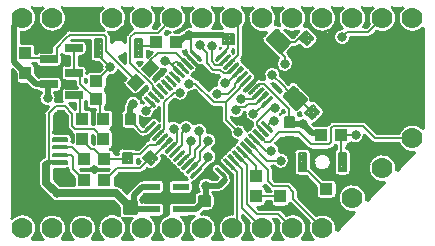
<source format=gbl>
*
*
G04 PADS9.1 Build Number: 384028 generated Gerber (RS-274-X) file*
G04 PC Version=2.1*
*
%IN "KeyChainDevBoard.pcb"*%
*
%MOIN*%
*
%FSLAX35Y35*%
*
*
*
*
G04 PC Standard Apertures*
*
*
G04 Thermal Relief Aperture macro.*
%AMTER*
1,1,$1,0,0*
1,0,$1-$2,0,0*
21,0,$3,$4,0,0,45*
21,0,$3,$4,0,0,135*
%
*
*
G04 Annular Aperture macro.*
%AMANN*
1,1,$1,0,0*
1,0,$2,0,0*
%
*
*
G04 Odd Aperture macro.*
%AMODD*
1,1,$1,0,0*
1,0,$1-0.005,0,0*
%
*
*
G04 PC Custom Aperture Macros*
*
*
*
*
*
*
G04 PC Aperture Table*
*
%ADD010C,0.001*%
%ADD011C,0.008*%
%ADD012C,0.00787*%
%ADD013C,0.01575*%
%ADD034C,0.012*%
%ADD036C,0.02*%
%ADD048C,0.07*%
%ADD083C,0.00551*%
%ADD089R,0.043X0.039*%
%ADD091R,0.059X0.026*%
%ADD096R,0.039X0.043*%
%ADD146C,0.28*%
%ADD147C,0.04921*%
%ADD148C,0.06102*%
%ADD149C,0.032*%
%ADD150C,0.01*%
%ADD151R,0.055X0.024*%
%ADD152C,0.028*%
%ADD153C,0.014*%
*
*
*
*
G04 PC Circuitry*
G04 Layer Name KeyChainDevBoard.pcb - circuitry*
%LPD*%
*
*
G04 PC Custom Flashes*
G04 Layer Name KeyChainDevBoard.pcb - flashes*
%LPD*%
*
*
G04 PC Circuitry*
G04 Layer Name KeyChainDevBoard.pcb - circuitry*
%LPD*%
*
G54D10*
G01X147227Y155540D02*
X150197Y158510D01*
X147510Y161197*
X144540Y158227*
X147227Y155540*
X147168Y155600D02*
X147287D01*
X147068Y155700D02*
X147387D01*
X146968Y155800D02*
X147487D01*
X146868Y155900D02*
X147587D01*
X146768Y156000D02*
X147687D01*
X146668Y156100D02*
X147787D01*
X146568Y156200D02*
X147887D01*
X146468Y156300D02*
X147987D01*
X146368Y156400D02*
X148087D01*
X146268Y156500D02*
X148187D01*
X146168Y156600D02*
X148287D01*
X146068Y156700D02*
X148387D01*
X145968Y156800D02*
X148487D01*
X145868Y156900D02*
X148587D01*
X145768Y157000D02*
X148687D01*
X145668Y157100D02*
X148787D01*
X145568Y157200D02*
X148887D01*
X145468Y157300D02*
X148987D01*
X145368Y157400D02*
X149087D01*
X145268Y157500D02*
X149187D01*
X145168Y157600D02*
X149287D01*
X145068Y157700D02*
X149387D01*
X144968Y157800D02*
X149487D01*
X144868Y157900D02*
X149587D01*
X144768Y158000D02*
X149687D01*
X144668Y158100D02*
X149787D01*
X144568Y158200D02*
X149887D01*
X144613Y158300D02*
X149987D01*
X144713Y158400D02*
X150087D01*
X144813Y158500D02*
X150187D01*
X144913Y158600D02*
X150107D01*
X145013Y158700D02*
X150007D01*
X145113Y158800D02*
X149907D01*
X145213Y158900D02*
X149807D01*
X145313Y159000D02*
X149707D01*
X145413Y159100D02*
X149607D01*
X145513Y159200D02*
X149507D01*
X145613Y159300D02*
X149407D01*
X145713Y159400D02*
X149307D01*
X145813Y159500D02*
X149207D01*
X145913Y159600D02*
X149107D01*
X146013Y159700D02*
X149007D01*
X146113Y159800D02*
X148907D01*
X146213Y159900D02*
X148807D01*
X146313Y160000D02*
X148707D01*
X146413Y160100D02*
X148607D01*
X146513Y160200D02*
X148507D01*
X146613Y160300D02*
X148407D01*
X146713Y160400D02*
X148307D01*
X146813Y160500D02*
X148207D01*
X146913Y160600D02*
X148107D01*
X147013Y160700D02*
X148007D01*
X147113Y160800D02*
X147907D01*
X147213Y160900D02*
X147807D01*
X147313Y161000D02*
X147707D01*
X147413Y161100D02*
X147607D01*
X144600Y158168D02*
Y158287D01*
X144700Y158068D02*
Y158387D01*
X144800Y157968D02*
Y158487D01*
X144900Y157868D02*
Y158587D01*
X145000Y157768D02*
Y158687D01*
X145100Y157668D02*
Y158787D01*
X145200Y157568D02*
Y158887D01*
X145300Y157468D02*
Y158987D01*
X145400Y157368D02*
Y159087D01*
X145500Y157268D02*
Y159187D01*
X145600Y157168D02*
Y159287D01*
X145700Y157068D02*
Y159387D01*
X145800Y156968D02*
Y159487D01*
X145900Y156868D02*
Y159587D01*
X146000Y156768D02*
Y159687D01*
X146100Y156668D02*
Y159787D01*
X146200Y156568D02*
Y159887D01*
X146300Y156468D02*
Y159987D01*
X146400Y156368D02*
Y160087D01*
X146500Y156268D02*
Y160187D01*
X146600Y156168D02*
Y160287D01*
X146700Y156068D02*
Y160387D01*
X146800Y155968D02*
Y160487D01*
X146900Y155868D02*
Y160587D01*
X147000Y155768D02*
Y160687D01*
X147100Y155668D02*
Y160787D01*
X147200Y155568D02*
Y160887D01*
X147300Y155613D02*
Y160987D01*
X147400Y155713D02*
Y161087D01*
X147500Y155813D02*
Y161187D01*
X147600Y155913D02*
Y161107D01*
X147700Y156013D02*
Y161007D01*
X147800Y156113D02*
Y160907D01*
X147900Y156213D02*
Y160807D01*
X148000Y156313D02*
Y160707D01*
X148100Y156413D02*
Y160607D01*
X148200Y156513D02*
Y160507D01*
X148300Y156613D02*
Y160407D01*
X148400Y156713D02*
Y160307D01*
X148500Y156813D02*
Y160207D01*
X148600Y156913D02*
Y160107D01*
X148700Y157013D02*
Y160007D01*
X148800Y157113D02*
Y159907D01*
X148900Y157213D02*
Y159807D01*
X149000Y157313D02*
Y159707D01*
X149100Y157413D02*
Y159607D01*
X149200Y157513D02*
Y159507D01*
X149300Y157613D02*
Y159407D01*
X149400Y157713D02*
Y159307D01*
X149500Y157813D02*
Y159207D01*
X149600Y157913D02*
Y159107D01*
X149700Y158013D02*
Y159007D01*
X149800Y158113D02*
Y158907D01*
X149900Y158213D02*
Y158807D01*
X150000Y158313D02*
Y158707D01*
X150100Y158413D02*
Y158607D01*
X142490Y150803D02*
X145460Y153773D01*
X142773Y156460*
X139803Y153490*
X142490Y150803*
X142393Y150900D02*
X142587D01*
X142293Y151000D02*
X142687D01*
X142193Y151100D02*
X142787D01*
X142093Y151200D02*
X142887D01*
X141993Y151300D02*
X142987D01*
X141893Y151400D02*
X143087D01*
X141793Y151500D02*
X143187D01*
X141693Y151600D02*
X143287D01*
X141593Y151700D02*
X143387D01*
X141493Y151800D02*
X143487D01*
X141393Y151900D02*
X143587D01*
X141293Y152000D02*
X143687D01*
X141193Y152100D02*
X143787D01*
X141093Y152200D02*
X143887D01*
X140993Y152300D02*
X143987D01*
X140893Y152400D02*
X144087D01*
X140793Y152500D02*
X144187D01*
X140693Y152600D02*
X144287D01*
X140593Y152700D02*
X144387D01*
X140493Y152800D02*
X144487D01*
X140393Y152900D02*
X144587D01*
X140293Y153000D02*
X144687D01*
X140193Y153100D02*
X144787D01*
X140093Y153200D02*
X144887D01*
X139993Y153300D02*
X144987D01*
X139893Y153400D02*
X145087D01*
X139813Y153500D02*
X145187D01*
X139913Y153600D02*
X145287D01*
X140013Y153700D02*
X145387D01*
X140113Y153800D02*
X145432D01*
X140213Y153900D02*
X145332D01*
X140313Y154000D02*
X145232D01*
X140413Y154100D02*
X145132D01*
X140513Y154200D02*
X145032D01*
X140613Y154300D02*
X144932D01*
X140713Y154400D02*
X144832D01*
X140813Y154500D02*
X144732D01*
X140913Y154600D02*
X144632D01*
X141013Y154700D02*
X144532D01*
X141113Y154800D02*
X144432D01*
X141213Y154900D02*
X144332D01*
X141313Y155000D02*
X144232D01*
X141413Y155100D02*
X144132D01*
X141513Y155200D02*
X144032D01*
X141613Y155300D02*
X143932D01*
X141713Y155400D02*
X143832D01*
X141813Y155500D02*
X143732D01*
X141913Y155600D02*
X143632D01*
X142013Y155700D02*
X143532D01*
X142113Y155800D02*
X143432D01*
X142213Y155900D02*
X143332D01*
X142313Y156000D02*
X143232D01*
X142413Y156100D02*
X143132D01*
X142513Y156200D02*
X143032D01*
X142613Y156300D02*
X142932D01*
X142713Y156400D02*
X142832D01*
X139900Y153393D02*
Y153587D01*
X140000Y153293D02*
Y153687D01*
X140100Y153193D02*
Y153787D01*
X140200Y153093D02*
Y153887D01*
X140300Y152993D02*
Y153987D01*
X140400Y152893D02*
Y154087D01*
X140500Y152793D02*
Y154187D01*
X140600Y152693D02*
Y154287D01*
X140700Y152593D02*
Y154387D01*
X140800Y152493D02*
Y154487D01*
X140900Y152393D02*
Y154587D01*
X141000Y152293D02*
Y154687D01*
X141100Y152193D02*
Y154787D01*
X141200Y152093D02*
Y154887D01*
X141300Y151993D02*
Y154987D01*
X141400Y151893D02*
Y155087D01*
X141500Y151793D02*
Y155187D01*
X141600Y151693D02*
Y155287D01*
X141700Y151593D02*
Y155387D01*
X141800Y151493D02*
Y155487D01*
X141900Y151393D02*
Y155587D01*
X142000Y151293D02*
Y155687D01*
X142100Y151193D02*
Y155787D01*
X142200Y151093D02*
Y155887D01*
X142300Y150993D02*
Y155987D01*
X142400Y150893D02*
Y156087D01*
X142500Y150813D02*
Y156187D01*
X142600Y150913D02*
Y156287D01*
X142700Y151013D02*
Y156387D01*
X142800Y151113D02*
Y156432D01*
X142900Y151213D02*
Y156332D01*
X143000Y151313D02*
Y156232D01*
X143100Y151413D02*
Y156132D01*
X143200Y151513D02*
Y156032D01*
X143300Y151613D02*
Y155932D01*
X143400Y151713D02*
Y155832D01*
X143500Y151813D02*
Y155732D01*
X143600Y151913D02*
Y155632D01*
X143700Y152013D02*
Y155532D01*
X143800Y152113D02*
Y155432D01*
X143900Y152213D02*
Y155332D01*
X144000Y152313D02*
Y155232D01*
X144100Y152413D02*
Y155132D01*
X144200Y152513D02*
Y155032D01*
X144300Y152613D02*
Y154932D01*
X144400Y152713D02*
Y154832D01*
X144500Y152813D02*
Y154732D01*
X144600Y152913D02*
Y154632D01*
X144700Y153013D02*
Y154532D01*
X144800Y153113D02*
Y154432D01*
X144900Y153213D02*
Y154332D01*
X145000Y153313D02*
Y154232D01*
X145100Y153413D02*
Y154132D01*
X145200Y153513D02*
Y154032D01*
X145300Y153613D02*
Y153932D01*
X145400Y153713D02*
Y153832D01*
G54D11*
X138450Y130100D02*
X141550D01*
Y126600*
X138450*
Y130100*
Y127200D02*
X141550D01*
X138450Y128000D02*
X141550D01*
X138450Y128800D02*
X141550D01*
X138450Y129600D02*
X141550D01*
X139200Y126600D02*
Y130100D01*
X140000Y126600D02*
Y130100D01*
X140800Y126600D02*
Y130100D01*
X138450Y123400D02*
X141550D01*
Y119900*
X138450*
Y123400*
Y120000D02*
X141550D01*
X138450Y120800D02*
X141550D01*
X138450Y121600D02*
X141550D01*
X138450Y122400D02*
X141550D01*
X138450Y123200D02*
X141550D01*
X139200Y119900D02*
Y123400D01*
X140000Y119900D02*
Y123400D01*
X140800Y119900D02*
Y123400D01*
X145298Y128510D02*
X147490Y130702D01*
X149965Y128227*
X147773Y126035*
X145298Y128510*
X147408Y126400D02*
X148137D01*
X146608Y127200D02*
X148937D01*
X145808Y128000D02*
X149737D01*
X145588Y128800D02*
X149392D01*
X146388Y129600D02*
X148592D01*
X147188Y130400D02*
X147792D01*
X145600Y128208D02*
Y128812D01*
X146400Y127408D02*
Y129612D01*
X147200Y126608D02*
Y130412D01*
X148000Y126263D02*
Y130192D01*
X148800Y127063D02*
Y129392D01*
X149600Y127863D02*
Y128592D01*
X150035Y123773D02*
X152227Y125965D01*
X154702Y123490*
X152510Y121298*
X150035Y123773*
X152208Y121600D02*
X152812D01*
X151408Y122400D02*
X153612D01*
X150608Y123200D02*
X154412D01*
X150263Y124000D02*
X154192D01*
X151063Y124800D02*
X153392D01*
X151863Y125600D02*
X152592D01*
X150400Y123408D02*
Y124137D01*
X151200Y122608D02*
Y124937D01*
X152000Y121808D02*
Y125737D01*
X152800Y121588D02*
Y125392D01*
X153600Y122388D02*
Y124592D01*
X154400Y123188D02*
Y123792D01*
X201490Y141298D02*
X199298Y143490D01*
X201773Y145965*
X203965Y143773*
X201490Y141298*
X201188Y141600D02*
X201792D01*
X200388Y142400D02*
X202592D01*
X199588Y143200D02*
X203392D01*
X199808Y144000D02*
X203737D01*
X200608Y144800D02*
X202937D01*
X201408Y145600D02*
X202137D01*
X200000Y142788D02*
Y144192D01*
X200800Y141988D02*
Y144992D01*
X201600Y141408D02*
Y145792D01*
X202400Y142208D02*
Y145337D01*
X203200Y143008D02*
Y144537D01*
X206227Y146035D02*
X204035Y148227D01*
X206510Y150702*
X208702Y148510*
X206227Y146035*
X205863Y146400D02*
X206592D01*
X205063Y147200D02*
X207392D01*
X204263Y148000D02*
X208192D01*
X204608Y148800D02*
X208412D01*
X205408Y149600D02*
X207612D01*
X206208Y150400D02*
X206812D01*
X204800Y147463D02*
Y148992D01*
X205600Y146663D02*
Y149792D01*
X206400Y146208D02*
Y150592D01*
X207200Y147008D02*
Y150012D01*
X208000Y147808D02*
Y149212D01*
X197298Y168510D02*
X199490Y170702D01*
X201965Y168227*
X199773Y166035*
X197298Y168510*
X199408Y166400D02*
X200137D01*
X198608Y167200D02*
X200937D01*
X197808Y168000D02*
X201737D01*
X197588Y168800D02*
X201392D01*
X198388Y169600D02*
X200592D01*
X199188Y170400D02*
X199792D01*
X197600Y168208D02*
Y168812D01*
X198400Y167408D02*
Y169612D01*
X199200Y166608D02*
Y170412D01*
X200000Y166263D02*
Y170192D01*
X200800Y167063D02*
Y169392D01*
X201600Y167863D02*
Y168592D01*
X202035Y163773D02*
X204227Y165965D01*
X206702Y163490*
X204510Y161298*
X202035Y163773*
X204208Y161600D02*
X204812D01*
X203408Y162400D02*
X205612D01*
X202608Y163200D02*
X206412D01*
X202263Y164000D02*
X206192D01*
X203063Y164800D02*
X205392D01*
X203863Y165600D02*
X204592D01*
X202400Y163408D02*
Y164137D01*
X203200Y162608D02*
Y164937D01*
X204000Y161808D02*
Y165737D01*
X204800Y161588D02*
Y165392D01*
X205600Y162388D02*
Y164592D01*
X206400Y163188D02*
Y163792D01*
X195550Y131900D02*
X192450D01*
Y135400*
X195550*
Y131900*
X192450Y132000D02*
X195550D01*
X192450Y132800D02*
X195550D01*
X192450Y133600D02*
X195550D01*
X192450Y134400D02*
X195550D01*
X192450Y135200D02*
X195550D01*
X192800Y131900D02*
Y135400D01*
X193600Y131900D02*
Y135400D01*
X194400Y131900D02*
Y135400D01*
X195200Y131900D02*
Y135400D01*
X195550Y138600D02*
X192450D01*
Y142100*
X195550*
Y138600*
X192450Y139200D02*
X195550D01*
X192450Y140000D02*
X195550D01*
X192450Y140800D02*
X195550D01*
X192450Y141600D02*
X195550D01*
X192800Y138600D02*
Y142100D01*
X193600Y138600D02*
Y142100D01*
X194400Y138600D02*
Y142100D01*
X195200Y138600D02*
Y142100D01*
X171900Y166450D02*
Y169550D01*
X175400*
Y166450*
X171900*
Y167200D02*
X175400D01*
X171900Y168000D02*
X175400D01*
X171900Y168800D02*
X175400D01*
X172000Y166450D02*
Y169550D01*
X172800Y166450D02*
Y169550D01*
X173600Y166450D02*
Y169550D01*
X174400Y166450D02*
Y169550D01*
X175200Y166450D02*
Y169550D01*
X178600Y166450D02*
Y169550D01*
X182100*
Y166450*
X178600*
Y167200D02*
X182100D01*
X178600Y168000D02*
X182100D01*
X178600Y168800D02*
X182100D01*
X179200Y166450D02*
Y169550D01*
X180000Y166450D02*
Y169550D01*
X180800Y166450D02*
Y169550D01*
X181600Y166450D02*
Y169550D01*
X139450Y143100D02*
X142550D01*
Y139600*
X139450*
Y143100*
Y140000D02*
X142550D01*
X139450Y140800D02*
X142550D01*
X139450Y141600D02*
X142550D01*
X139450Y142400D02*
X142550D01*
X140000Y139600D02*
Y143100D01*
X140800Y139600D02*
Y143100D01*
X141600Y139600D02*
Y143100D01*
X142400Y139600D02*
Y143100D01*
X139450Y136400D02*
X142550D01*
Y132900*
X139450*
Y136400*
Y133600D02*
X142550D01*
X139450Y134400D02*
X142550D01*
X139450Y135200D02*
X142550D01*
X139450Y136000D02*
X142550D01*
X140000Y132900D02*
Y136400D01*
X140800Y132900D02*
Y136400D01*
X141600Y132900D02*
Y136400D01*
X142400Y132900D02*
Y136400D01*
X174100Y115550D02*
Y112450D01*
X170600*
Y115550*
X174100*
X170600Y112800D02*
X174100D01*
X170600Y113600D02*
X174100D01*
X170600Y114400D02*
X174100D01*
X170600Y115200D02*
X174100D01*
X171200Y112450D02*
Y115550D01*
X172000Y112450D02*
Y115550D01*
X172800Y112450D02*
Y115550D01*
X173600Y112450D02*
Y115550D01*
X167400D02*
Y112450D01*
X163900*
Y115550*
X167400*
X163900Y112800D02*
X167400D01*
X163900Y113600D02*
X167400D01*
X163900Y114400D02*
X167400D01*
X163900Y115200D02*
X167400D01*
X164000Y112450D02*
Y115550D01*
X164800Y112450D02*
Y115550D01*
X165600Y112450D02*
Y115550D01*
X166400Y112450D02*
Y115550D01*
X167200Y112450D02*
Y115550D01*
X109651Y122545D02*
Y118620D01*
X104349*
Y122545*
X109651*
X104600Y118620D02*
Y122545D01*
X105000Y118620D02*
Y122545D01*
X105400Y118620D02*
Y122545D01*
X105800Y118620D02*
Y122545D01*
X106200Y118620D02*
Y122545D01*
X106600Y118620D02*
Y122545D01*
X107000Y118620D02*
Y122545D01*
X107400Y118620D02*
Y122545D01*
X107800Y118620D02*
Y122545D01*
X108200Y118620D02*
Y122545D01*
X108600Y118620D02*
Y122545D01*
X109000Y118620D02*
Y122545D01*
X109400Y118620D02*
Y122545D01*
X109651Y145380D02*
Y141455D01*
X104349*
Y145380*
X109651*
X104600Y141455D02*
Y145380D01*
X105000Y141455D02*
Y145380D01*
X105400Y141455D02*
Y145380D01*
X105800Y141455D02*
Y145380D01*
X106200Y141455D02*
Y145380D01*
X106600Y141455D02*
Y145380D01*
X107000Y141455D02*
Y145380D01*
X107400Y141455D02*
Y145380D01*
X107800Y141455D02*
Y145380D01*
X108200Y141455D02*
Y145380D01*
X108600Y141455D02*
Y145380D01*
X109000Y141455D02*
Y145380D01*
X109400Y141455D02*
Y145380D01*
X107000Y118220D02*
Y128063D01*
X146900Y123000D02*
X147600Y123700D01*
X141000Y112000D02*
X140900D01*
X148276Y115000D02*
X150200D01*
X152369Y117169*
Y123631*
X141000Y112100D02*
X142200Y113300D01*
X132350Y121000D02*
X132550D01*
X136550Y125000*
X144262*
X147631Y128369*
X125650Y121000D02*
X125450D01*
X121900Y124550*
Y128841*
X121300Y129441*
X117630*
X133100Y112000D02*
X113220D01*
X110800Y114420*
X110800*
X107000Y118220*
X140900Y112000D02*
X141000Y112100D01*
X152369Y123631D02*
X152300Y123700D01*
X147600*
X140000Y121650D02*
Y122800D01*
X139800Y123000*
X146900*
X186400Y109700D02*
X183200D01*
X179824Y113076*
Y126000*
X176744Y129081*
X172350Y114000D02*
X174600Y116250D01*
Y122873*
X174286Y123186*
X174286*
X172568Y124905*
X170100Y109500D02*
Y111800D01*
X170150*
X172350Y114000*
X161432Y124905D02*
X164100Y127573D01*
Y130300*
X167000Y133200*
Y134100*
X162824Y123513D02*
X164706Y125394D01*
X167000Y127689*
Y128800*
X183000Y122350D02*
Y125608D01*
X178136Y130473*
X191000Y115650D02*
X183000D01*
X191000Y122350D02*
X191200D01*
X194000Y125150*
Y133650*
X172400Y122100D02*
Y122111D01*
X172489Y122200*
X171176Y123513*
X185000Y105000D02*
X178200Y111800D01*
Y124840*
X175352Y127689*
X175000Y105000D02*
Y106000D01*
X176600*
Y123656*
X176056Y124200*
X173960Y126297*
X203400Y111000D02*
Y114250D01*
X199650Y118000*
X206350D02*
X206150D01*
X200050Y124100*
X198307*
Y127000*
X199650Y118000D02*
X196700Y120950D01*
X192400*
X191000Y122350*
X195000Y105000D02*
X190300Y109700D01*
X186400*
X205000Y105000D02*
X195200Y114800D01*
Y117200*
X193400Y119000*
X188600*
X187000Y120600*
Y124392*
X179527Y131864*
X114200Y161260D02*
Y161700D01*
X106000*
Y163350*
X113866Y161260D02*
X114200D01*
X116400*
Y165100*
X119700Y168400*
X119700*
X120800Y169500*
X132100*
X113850Y143250D02*
X116200Y145600D01*
X117630*
X107000Y145780D02*
Y135937D01*
Y128063*
X113850Y126932D02*
X113800Y126982D01*
X113866Y153000D02*
X113400D01*
X113250Y153150*
X113800Y126982D02*
Y143200D01*
X113850Y143250*
X141900Y146200D02*
Y146400D01*
X117630Y137118D02*
Y141843D01*
X134300Y158600D02*
X130000Y162900D01*
Y165000*
X130307*
X141000Y134650D02*
Y135527D01*
X147000*
X148905Y137432*
X141000Y134650D02*
X140950Y134700D01*
X136800*
X154838Y159338D02*
X153576Y160600D01*
X152600*
X154838Y159338D02*
X155960Y160460D01*
X156500*
X136800Y134700D02*
X136700Y134800D01*
X136350*
Y148000*
X144700Y137200D02*
X145889D01*
X147513Y138824*
X144700Y137200D02*
X142200Y139700D01*
Y141350*
X141000*
X121700Y138900D02*
X121600Y139000D01*
Y143100*
X121700Y138900D02*
Y143000D01*
X121600Y143100*
X119100Y145600*
X117630*
X122134Y149260D02*
X123860D01*
X123900Y149300*
X122134Y156740D02*
Y165000D01*
X150297Y149960D02*
X148400Y151856D01*
Y152600*
X141000Y160000*
Y168600*
X142500Y170100*
X150100*
X155000Y175000*
X150297Y136040D02*
X152328Y138072D01*
Y147028*
X155500Y150200*
X157600*
X154473Y131864D02*
X156404Y133796D01*
Y137096*
X155400Y138100*
X129650Y148000D02*
X129450D01*
X124300Y153150*
Y156224*
X123784Y156740*
X122134*
X136350Y148000D02*
Y154000D01*
X132350Y128000D02*
X128875Y131475D01*
X127975*
X125000Y134450*
Y134650*
X132350Y128000D02*
X139650D01*
X140000Y128350*
X125650Y128000D02*
X125450D01*
X121450Y132000*
X117630*
X125000Y141350D02*
Y142300D01*
X124300*
Y148900*
X123900Y149300*
X142631Y153631D02*
X142400Y153862D01*
Y154500*
X133000Y163900*
Y168600*
X132100Y169500*
X147369Y158369D02*
Y160600D01*
X150169Y163400*
X156344*
X132000Y134650D02*
Y134850D01*
X128850Y138000*
X122600*
X121700Y138900*
X132000Y141350D02*
X130900D01*
Y146950*
X129850Y148000*
X129650*
Y154000D02*
X129700D01*
X134300Y158600*
X146300Y144200D02*
X146489D01*
X148489Y146200*
X147513Y147176*
X147631Y128369D02*
X148238Y128976D01*
X148800*
X153081Y133256*
X140000Y128350D02*
Y128550D01*
X141150Y129700*
X144300*
X147200Y132600*
X149640*
X151689Y134648*
X177000Y137000D02*
X172900Y141100D01*
Y147000*
X183427Y146900D02*
X185095Y148568D01*
X179200Y145300D02*
X180350Y146450D01*
X180350*
X182977*
X183427Y146900*
X194550Y139800D02*
X194000Y140350D01*
X157300Y142100D02*
X162300D01*
Y144800*
X181800Y142400D02*
X181900D01*
X182000Y142500*
X181800Y142400D02*
Y142800D01*
X182000Y143000*
Y143200*
X188000Y130700D02*
X186260D01*
X182311Y134648*
X172500Y153300D02*
X173124D01*
X174824Y155000*
X176744Y156919*
X192500Y159800D02*
Y162016D01*
X190216Y164300*
Y167465*
X172568Y161095D02*
X170873Y159400D01*
X169300*
X168100Y160600*
Y165700*
X168200Y165800*
X172600Y156560D02*
X173600D01*
X175352Y158311*
X172600Y156560D02*
X172140D01*
X170900Y157800*
X168600*
X166500Y159900*
Y163500*
X164200Y165800*
Y165900*
X173800Y133700D02*
X168600Y138900D01*
Y143200*
X161156Y164200D02*
Y168700D01*
X161300*
X160700Y169300*
X168600Y143200D02*
X167000Y144800D01*
X162300*
X186000Y133800D02*
X187500D01*
X190600Y136900*
X194000*
X186000Y133800D02*
X185944D01*
X185744Y134000*
X183703Y136040*
X191100Y127500D02*
X186676D01*
X180919Y133256*
X184200Y160119D02*
X183535Y160784D01*
X178000Y148100D02*
X181844D01*
X183703Y149960*
X176200Y144300D02*
X177200Y145300D01*
X179200*
X172900Y147000D02*
X168800D01*
X162600Y153200*
X160600*
X172900Y147000D02*
X172900D01*
X177500Y151600*
Y152108*
X179527Y154136*
X162824Y162487D02*
X161156Y164156D01*
Y164200*
X160040Y159703D02*
X160040D01*
X156344Y163400*
X158648Y158311D02*
X156500Y160460D01*
X157256Y156919D02*
X154838Y159338D01*
X155864Y130473D02*
X158100Y132708D01*
Y136800*
X159600Y138300*
X158648Y127689D02*
X160800Y129840D01*
Y134100*
X161300*
X160040Y126297D02*
X162500Y128756D01*
Y131000*
X164100Y132600*
Y136800*
X163900Y137000*
Y137400*
X185095Y137432D02*
X183428Y139100D01*
X183167Y139360*
Y140400*
X184880Y142113*
X184880*
X187967Y145200*
X189200*
X186487Y138824D02*
X187600Y139937D01*
X188037*
X188900Y140800*
X182311Y151352D02*
X184130Y153170D01*
X185630*
X180919Y152744D02*
X182976Y154800D01*
X184200Y156024*
Y160119*
X173960Y159703D02*
X177000Y162744D01*
Y173000*
X175000Y175000*
X171176Y162487D02*
X173650Y164961D01*
Y168000*
X170000Y149800D02*
X173400D01*
X175808Y152208*
Y153200*
X178136Y155527*
X182000Y142500D02*
X182700Y143200D01*
Y143389*
X186487Y147176*
X194000Y140350D02*
Y144800D01*
X190300Y148500*
X190300*
X185630Y153170*
X183535Y160784D02*
X184125Y161375D01*
X183100Y162400*
Y165450*
X180550Y168000*
X180350*
X168800Y155000D02*
X167527D01*
X161432Y161095*
X202465Y155000D02*
X202681D01*
X197100Y159500D02*
Y155681D01*
X192619*
X190600Y157700*
X190600*
X188181Y160119*
X184200*
X202681Y155000D02*
X202465Y155216D01*
X218400Y139100D02*
X222500Y135000D01*
X224300*
X224300*
X235000*
X224000Y155000D02*
X202681D01*
X204650Y136000D02*
X203850Y136800D01*
X203800*
X211350Y136000D02*
X216100D01*
X207300Y132900D02*
X201200D01*
X197200Y136900*
X194000*
X207300Y132900D02*
X208000Y133600D01*
Y138400*
X208700Y139100*
X218400*
X206369Y148369D02*
Y150600D01*
X205334Y151634*
X205334*
X201969Y155000*
X202465*
X201631Y143631D02*
X196728Y148535D01*
X195784*
X211693Y127000D02*
Y128772D01*
X211350Y129115*
Y136000*
X202465Y155216D02*
X202749Y155500D01*
X204075Y156825*
X202000Y158900*
X202000*
X205200Y162100*
Y162800*
X204369Y163631*
X202465Y155216D02*
X202000Y155681D01*
X197100*
X195784Y148535D02*
X195319Y149000D01*
X194019Y150300*
X191419Y152900*
X191400*
X188300Y156000*
X113866Y168740D02*
X115516D01*
X116176Y169400*
X121876Y175100D02*
X116176Y169400D01*
X114200*
X114200*
X108400*
X143693Y165000D02*
X144493Y165800D01*
X149650*
Y167000*
X125000Y175000D02*
X124900Y175100D01*
X121876*
X173650Y168000D02*
X172950Y168700D01*
X172600*
X190216Y167465D02*
X190681Y167000D01*
X195900*
X197500Y168600*
X156350Y167000D02*
X156350D01*
X156493Y167143*
X211600Y168700D02*
X213200Y170300D01*
X220300*
X225000Y175000*
X199631Y168369D02*
X199400Y168600D01*
X197500*
G54D12*
X197126Y129953D02*
X199488D01*
Y124047*
X197126*
Y129953*
Y124409D02*
X199488D01*
X197126Y125197D02*
X199488D01*
X197126Y125984D02*
X199488D01*
X197126Y126772D02*
X199488D01*
X197126Y127559D02*
X199488D01*
X197126Y128346D02*
X199488D01*
X197126Y129134D02*
X199488D01*
X197126Y129921D02*
X199488D01*
X197638Y124047D02*
Y129953D01*
X198425Y124047D02*
Y129953D01*
X199213Y124047D02*
Y129953D01*
X210512D02*
X212874D01*
Y124047*
X210512*
Y129953*
Y124409D02*
X212874D01*
X210512Y125197D02*
X212874D01*
X210512Y125984D02*
X212874D01*
X210512Y126772D02*
X212874D01*
X210512Y127559D02*
X212874D01*
X210512Y128346D02*
X212874D01*
X210512Y129134D02*
X212874D01*
X210512Y129921D02*
X212874D01*
X211024Y124047D02*
Y129953D01*
X211811Y124047D02*
Y129953D01*
X212598Y124047D02*
Y129953D01*
X144874Y162047D02*
X142512D01*
Y167953*
X144874*
Y162047*
X142512Y162205D02*
X144874D01*
X142512Y162992D02*
X144874D01*
X142512Y163780D02*
X144874D01*
X142512Y164567D02*
X144874D01*
X142512Y165354D02*
X144874D01*
X142512Y166142D02*
X144874D01*
X142512Y166929D02*
X144874D01*
X142512Y167717D02*
X144874D01*
X142520Y162047D02*
Y167953D01*
X143307Y162047D02*
Y167953D01*
X144094Y162047D02*
Y167953D01*
X131488Y162047D02*
X129126D01*
Y167953*
X131488*
Y162047*
X129126Y162205D02*
X131488D01*
X129126Y162992D02*
X131488D01*
X129126Y163780D02*
X131488D01*
X129126Y164567D02*
X131488D01*
X129126Y165354D02*
X131488D01*
X129126Y166142D02*
X131488D01*
X129126Y166929D02*
X131488D01*
X129126Y167717D02*
X131488D01*
X129134Y162047D02*
Y167953D01*
X129921Y162047D02*
Y167953D01*
X130709Y162047D02*
Y167953D01*
X115366Y126488D02*
Y127276D01*
X119894*
Y126488*
X115366*
Y126772D02*
X119894D01*
X115748Y126488D02*
Y127276D01*
X116535Y126488D02*
Y127276D01*
X117323Y126488D02*
Y127276D01*
X118110Y126488D02*
Y127276D01*
X118898Y126488D02*
Y127276D01*
X119685Y126488D02*
Y127276D01*
X115366Y129047D02*
Y129835D01*
X119894*
Y129047*
X115366*
Y129134D02*
X119894D01*
X115748Y129047D02*
Y129835D01*
X116535Y129047D02*
Y129835D01*
X117323Y129047D02*
Y129835D01*
X118110Y129047D02*
Y129835D01*
X118898Y129047D02*
Y129835D01*
X119685Y129047D02*
Y129835D01*
X115366Y131606D02*
Y132394D01*
X119894*
Y131606*
X115366*
Y132283D02*
X119894D01*
X115748Y131606D02*
Y132394D01*
X116535Y131606D02*
Y132394D01*
X117323Y131606D02*
Y132394D01*
X118110Y131606D02*
Y132394D01*
X118898Y131606D02*
Y132394D01*
X119685Y131606D02*
Y132394D01*
X115366Y134165D02*
Y134953D01*
X119894*
Y134165*
X115366*
Y134646D02*
X119894D01*
X115748Y134165D02*
Y134953D01*
X116535Y134165D02*
Y134953D01*
X117323Y134165D02*
Y134953D01*
X118110Y134165D02*
Y134953D01*
X118898Y134165D02*
Y134953D01*
X119685Y134165D02*
Y134953D01*
X115366Y136724D02*
Y137512D01*
X119894*
Y136724*
X115366*
Y137008D02*
X119894D01*
X115748Y136724D02*
Y137512D01*
X116535Y136724D02*
Y137512D01*
X117323Y136724D02*
Y137512D01*
X118110Y136724D02*
Y137512D01*
X118898Y136724D02*
Y137512D01*
X119685Y136724D02*
Y137512D01*
X104343Y125504D02*
Y130622D01*
X109657*
Y125504*
X104343*
Y125984D02*
X109657D01*
X104343Y126772D02*
X109657D01*
X104343Y127559D02*
X109657D01*
X104343Y128346D02*
X109657D01*
X104343Y129134D02*
X109657D01*
X104343Y129921D02*
X109657D01*
X104724Y125504D02*
Y130622D01*
X105512Y125504D02*
Y130622D01*
X106299Y125504D02*
Y130622D01*
X107087Y125504D02*
Y130622D01*
X107874Y125504D02*
Y130622D01*
X108661Y125504D02*
Y130622D01*
X109449Y125504D02*
Y130622D01*
X104343Y133378D02*
Y138496D01*
X109657*
Y133378*
X104343*
Y133858D02*
X109657D01*
X104343Y134646D02*
X109657D01*
X104343Y135433D02*
X109657D01*
X104343Y136220D02*
X109657D01*
X104343Y137008D02*
X109657D01*
X104343Y137795D02*
X109657D01*
X104724Y133378D02*
Y138496D01*
X105512Y133378D02*
Y138496D01*
X106299Y133378D02*
Y138496D01*
X107087Y133378D02*
Y138496D01*
X107874Y133378D02*
Y138496D01*
X108661Y133378D02*
Y138496D01*
X109449Y133378D02*
Y138496D01*
G54D13*
X199125Y147978D02*
X196341Y145194D01*
X192443Y149092*
X195227Y151875*
X199125Y147978*
X195866Y145669D02*
X196816D01*
X194291Y147244D02*
X198391D01*
X192716Y148819D02*
X198284D01*
X193745Y150394D02*
X196709D01*
X192913Y148621D02*
Y149562D01*
X194488Y147047D02*
Y151137D01*
X196063Y145472D02*
Y151040D01*
X197638Y146491D02*
Y149465D01*
X186875Y160227D02*
X184092Y157443D01*
X180194Y161341*
X182978Y164125*
X186875Y160227*
X183267Y158268D02*
X184916D01*
X181692Y159843D02*
X186491D01*
X180271Y161417D02*
X185685D01*
X181846Y162992D02*
X184110D01*
X180315Y161220D02*
Y161461D01*
X181890Y159645D02*
Y163036D01*
X183465Y158070D02*
Y163638D01*
X185039Y158391D02*
Y162063D01*
X186614Y159966D02*
Y160488D01*
X193557Y166908D02*
X190773Y164125D01*
X186875Y168022*
X189659Y170806*
X193557Y166908*
X190331Y164567D02*
X191215D01*
X188756Y166142D02*
X192790D01*
X187181Y167717D02*
X192749D01*
X188145Y169291D02*
X191174D01*
X188189Y166708D02*
Y169336D01*
X189764Y165134D02*
Y170701D01*
X191339Y164690D02*
Y169127D01*
X192913Y166265D02*
Y167552D01*
X205806Y154659D02*
X203022Y151875D01*
X199125Y155773*
X201908Y158557*
X205806Y154659*
X202929Y151969D02*
X203115D01*
X201354Y153543D02*
X204690D01*
X199779Y155118D02*
X205347D01*
X200045Y156693D02*
X203772D01*
X201619Y158268D02*
X202197D01*
X199213Y155685D02*
Y155861D01*
X200787Y154110D02*
Y157436D01*
X202362Y152535D02*
Y158103D01*
X203937Y152790D02*
Y156528D01*
X205512Y154365D02*
Y154953D01*
G54D34*
X172400Y121000D02*
Y122100D01*
G54D36*
X148276Y111260D02*
X142200D01*
X141000*
Y112000*
X142200Y113300D02*
Y116040D01*
X144900Y118740*
X148276*
X165650Y114000D02*
X166200Y114550D01*
Y119200*
X157724Y111260D02*
X162910D01*
X165650Y114000*
X166200Y119200D02*
X170600D01*
X172400Y121000*
X113800Y126882D02*
X113850Y126932D01*
X113400Y148400D02*
Y153000D01*
X113250Y153150D02*
X109500D01*
X106000Y156650*
X102300Y160350*
Y172300*
X105000Y175000*
X112900Y125982D02*
X113800Y126882D01*
X141000Y141350D02*
Y145300D01*
X141900Y146200*
X198400Y139800D02*
X194550D01*
X203800Y136800D02*
X201400D01*
X198400Y139800*
X172600Y168700D02*
X172000Y169300D01*
X156493Y167143D02*
X156779D01*
X157136Y167500*
X157636*
X158836Y168700*
X160100*
X160700Y169300*
X172000D02*
X160700D01*
G54D48*
X105000Y105000D03*
X225000Y175000D03*
X235000Y135000D03*
X125000Y175000D03*
X225000Y125000D03*
X145000Y105000D03*
X215000Y115000D03*
X135000Y105000D03*
X145000Y175000D03*
X165000Y105000D03*
X195000Y175000D03*
X205000D03*
Y105000D03*
X195000D03*
X165000Y175000D03*
X175000D03*
X185000D03*
X115000Y105000D03*
X235000Y175000D03*
X175000Y105000D03*
X155000D03*
X115000Y175000D03*
X135000D03*
X155000D03*
X125000Y105000D03*
X215000Y175000D03*
X185000Y105000D03*
X105000Y175000D03*
G54D83*
X172443Y164171D02*
X172859Y163754D01*
X169909Y160804*
X169492Y161220*
X172443Y164171*
X169531Y161181D02*
X170286D01*
X170005Y161732D02*
X170837D01*
X170556Y162283D02*
X171388D01*
X171107Y162835D02*
X171940D01*
X171658Y163386D02*
X172491D01*
X172209Y163937D02*
X172677D01*
X170000Y160895D02*
Y161728D01*
X170551Y161446D02*
Y162279D01*
X171102Y161997D02*
Y162830D01*
X171654Y162549D02*
Y163381D01*
X172205Y163100D02*
Y163932D01*
X172756Y163651D02*
Y163858D01*
X173835Y162779D02*
X174251Y162362D01*
X171301Y159412*
X170884Y159828*
X173835Y162779*
X171185Y159528D02*
X171416D01*
X171135Y160079D02*
X171968D01*
X171686Y160630D02*
X172519D01*
X172237Y161181D02*
X173070D01*
X172788Y161732D02*
X173621D01*
X173340Y162283D02*
X174172D01*
X171102Y159610D02*
Y160046D01*
X171654Y159765D02*
Y160597D01*
X172205Y160316D02*
Y161149D01*
X172756Y160867D02*
Y161700D01*
X173307Y161418D02*
Y162251D01*
X173858Y161969D02*
Y162755D01*
X175227Y161387D02*
X175643Y160970D01*
X172693Y158020*
X172276Y158436*
X175227Y161387*
X172287Y158425D02*
X173098D01*
X172816Y158976D02*
X173649D01*
X173368Y159528D02*
X174200D01*
X173919Y160079D02*
X174752D01*
X174470Y160630D02*
X175303D01*
X175021Y161181D02*
X175433D01*
X172756Y158083D02*
Y158916D01*
X173307Y158634D02*
Y159467D01*
X173858Y159186D02*
Y160018D01*
X174409Y159737D02*
Y160569D01*
X174961Y160288D02*
Y161121D01*
X175512Y160839D02*
Y161102D01*
X176619Y159995D02*
X177035Y159578D01*
X177035D02*
X174085Y156628D01*
X173668Y157044*
X176619Y159995*
X173941Y156772D02*
X174228D01*
X173947Y157323D02*
X174779D01*
X174498Y157874D02*
X175331D01*
X175049Y158425D02*
X175882D01*
X175600Y158976D02*
X176433D01*
X176151Y159528D02*
X176984D01*
X173858Y156854D02*
Y157234D01*
X174409Y156953D02*
Y157786D01*
X174961Y157504D02*
Y158337D01*
X175512Y158055D02*
Y158888D01*
X176063Y158606D02*
Y159439D01*
X176614Y159158D02*
Y159990D01*
X178011Y158603D02*
X178427Y158187D01*
X175476Y155236*
X175060Y155652*
X178011Y158603*
X175077Y155669D02*
X175910D01*
X175628Y156220D02*
X176461D01*
X176179Y156772D02*
X177012D01*
X176731Y157323D02*
X177563D01*
X177282Y157874D02*
X178115D01*
X177833Y158425D02*
X178188D01*
X175512Y155271D02*
Y156104D01*
X176063Y155822D02*
Y156655D01*
X176614Y156374D02*
Y157206D01*
X177165Y156925D02*
Y157758D01*
X177717Y157476D02*
Y158309D01*
X178268Y158027D02*
Y158346D01*
X179403Y157211D02*
X179819Y156795D01*
X176868Y153844*
X176452Y154260*
X179403Y157211*
X176697Y154016D02*
X177040D01*
X176759Y154567D02*
X177591D01*
X177310Y155118D02*
X178143D01*
X177861Y155669D02*
X178694D01*
X178412Y156220D02*
X179245D01*
X178963Y156772D02*
X179796D01*
X176614Y154098D02*
Y154422D01*
X177165Y154141D02*
Y154974D01*
X177717Y154692D02*
Y155525D01*
X178268Y155243D02*
Y156076D01*
X178819Y155794D02*
Y156627D01*
X179370Y156346D02*
Y157178D01*
X180795Y155819D02*
X181211Y155403D01*
X178260Y152452*
X177844Y152868*
X180795Y155819*
X177889Y152913D02*
X178722D01*
X178440Y153465D02*
X179273D01*
X178991Y154016D02*
X179824D01*
X179543Y154567D02*
X180375D01*
X180094Y155118D02*
X180926D01*
X180645Y155669D02*
X180944D01*
X178268Y152459D02*
Y153292D01*
X178819Y153011D02*
Y153843D01*
X179370Y153562D02*
Y154394D01*
X179921Y154113D02*
Y154946D01*
X180472Y154664D02*
Y155497D01*
X181024Y155215D02*
Y155590D01*
X182187Y154427D02*
X182603Y154011D01*
X179652Y151060*
X179236Y151476*
X182187Y154427*
X179453Y151260D02*
X179852D01*
X179570Y151811D02*
X180403D01*
X180122Y152362D02*
X180954D01*
X180673Y152913D02*
X181506D01*
X181224Y153465D02*
X182057D01*
X181775Y154016D02*
X182598D01*
X179370Y151342D02*
Y151611D01*
X179921Y151329D02*
Y152162D01*
X180472Y151880D02*
Y152713D01*
X181024Y152431D02*
Y153264D01*
X181575Y152983D02*
Y153815D01*
X182126Y153534D02*
Y154367D01*
X183578Y153035D02*
X183995Y152619D01*
X181044Y149668*
X180628Y150085*
X183578Y153035*
X180701Y150157D02*
X181534D01*
X181252Y150709D02*
X182085D01*
X181803Y151260D02*
X182636D01*
X182354Y151811D02*
X183187D01*
X182906Y152362D02*
X183738D01*
X183457Y152913D02*
X183700D01*
X181024Y149689D02*
Y150480D01*
X181575Y150199D02*
Y151031D01*
X182126Y150750D02*
Y151583D01*
X182677Y151301D02*
Y152134D01*
X183228Y151852D02*
Y152685D01*
X183780Y152403D02*
Y152834D01*
X184970Y151643D02*
X185387Y151227D01*
X182436Y148276*
X182020Y148693*
X184970Y151643*
X182208Y148504D02*
X182664D01*
X182382Y149055D02*
X183215D01*
X182934Y149606D02*
X183766D01*
X183485Y150157D02*
X184317D01*
X184036Y150709D02*
X184869D01*
X184587Y151260D02*
X185354D01*
X182126Y148586D02*
Y148799D01*
X182677Y148517D02*
Y149350D01*
X183228Y149068D02*
Y149901D01*
X183780Y149620D02*
Y150452D01*
X184331Y150171D02*
Y151003D01*
X184882Y150722D02*
Y151555D01*
X186362Y150251D02*
X186779Y149835D01*
X183828Y146884*
X183412Y147301*
X186362Y150251*
X183513Y147402D02*
X184345D01*
X184064Y147953D02*
X184897D01*
X184615Y148504D02*
X185448D01*
X185166Y149055D02*
X185999D01*
X185717Y149606D02*
X186550D01*
X186269Y150157D02*
X186456D01*
X183780Y146933D02*
Y147668D01*
X184331Y147387D02*
Y148220D01*
X184882Y147938D02*
Y148771D01*
X185433Y148489D02*
Y149322D01*
X185984Y149040D02*
Y149873D01*
X186535Y149592D02*
Y150078D01*
X187754Y148859D02*
X188171Y148443D01*
X185220Y145492*
X184804Y145909*
X187754Y148859*
X184964Y145748D02*
X185476D01*
X185194Y146299D02*
X186027D01*
X185745Y146850D02*
X186578D01*
X186297Y147402D02*
X187129D01*
X186848Y147953D02*
X187680D01*
X187399Y148504D02*
X188110D01*
X184882Y145831D02*
Y145987D01*
X185433Y145705D02*
Y146538D01*
X185984Y146257D02*
Y147089D01*
X186535Y146808D02*
Y147640D01*
X187087Y147359D02*
Y148192D01*
X187638Y147910D02*
Y148743D01*
X188171Y137557D02*
X187754Y137141D01*
X184804Y140091*
X185220Y140508*
X188171Y137557*
X187415Y137480D02*
X188094D01*
X186864Y138031D02*
X187696D01*
X186312Y138583D02*
X187145D01*
X185761Y139134D02*
X186594D01*
X185210Y139685D02*
X186043D01*
X184948Y140236D02*
X185492D01*
X184882Y140013D02*
Y140170D01*
X185433Y139462D02*
Y140295D01*
X185984Y138911D02*
Y139743D01*
X186535Y138360D02*
Y139192D01*
X187087Y137808D02*
Y138641D01*
X187638Y137257D02*
Y138090D01*
X186779Y136165D02*
X186363Y135749D01*
X183412Y138700*
X183828Y139116*
X186779Y136165*
X186284Y135827D02*
X186441D01*
X185733Y136378D02*
X186566D01*
X185182Y136929D02*
X186015D01*
X184631Y137480D02*
X185464D01*
X184080Y138031D02*
X184912D01*
X183528Y138583D02*
X184361D01*
X183780Y138332D02*
Y139067D01*
X184331Y137780D02*
Y138613D01*
X184882Y137229D02*
Y138062D01*
X185433Y136678D02*
Y137511D01*
X185984Y136127D02*
Y136960D01*
X186535Y135921D02*
Y136408D01*
X185387Y134773D02*
X184971Y134357D01*
X182020Y137308*
X182436Y137724*
X185387Y134773*
X184603Y134724D02*
X185338D01*
X184052Y135276D02*
X184884D01*
X183500Y135827D02*
X184333D01*
X182949Y136378D02*
X183782D01*
X182398Y136929D02*
X183231D01*
X182192Y137480D02*
X182680D01*
X182126Y137201D02*
Y137414D01*
X182677Y136650D02*
Y137483D01*
X183228Y136099D02*
Y136932D01*
X183780Y135548D02*
Y136380D01*
X184331Y134997D02*
Y135829D01*
X184882Y134445D02*
Y135278D01*
X183995Y133381D02*
X183579Y132965D01*
X180628Y135916*
X181044Y136332*
X183995Y133381*
X183472Y133071D02*
X183685D01*
X182921Y133622D02*
X183754D01*
X182370Y134173D02*
X183203D01*
X181819Y134724D02*
X182652D01*
X181268Y135276D02*
X182100D01*
X180717Y135827D02*
X181549D01*
X181024Y135520D02*
Y136312D01*
X181575Y134969D02*
Y135801D01*
X182126Y134417D02*
Y135250D01*
X182677Y133866D02*
Y134699D01*
X183228Y133315D02*
Y134148D01*
X183780Y133166D02*
Y133597D01*
X182603Y131989D02*
X182187Y131573D01*
X179236Y134524*
X179652Y134940*
X182603Y131989*
X181791Y131969D02*
X182582D01*
X181240Y132520D02*
X182073D01*
X180689Y133071D02*
X181521D01*
X180137Y133622D02*
X180970D01*
X179586Y134173D02*
X180419D01*
X179437Y134724D02*
X179868D01*
X179370Y134389D02*
Y134658D01*
X179921Y133838D02*
Y134671D01*
X180472Y133287D02*
Y134120D01*
X181024Y132736D02*
Y133569D01*
X181575Y132185D02*
Y133017D01*
X182126Y131633D02*
Y132466D01*
X181211Y130597D02*
X180795Y130181D01*
X177844Y133132*
X178260Y133548*
X181211Y130597*
X180661Y130315D02*
X180929D01*
X180109Y130866D02*
X180942D01*
X179558Y131417D02*
X180391D01*
X179007Y131969D02*
X179840D01*
X178456Y132520D02*
X179289D01*
X177905Y133071D02*
X178737D01*
X178268Y132708D02*
Y133541D01*
X178819Y132157D02*
Y132989D01*
X179370Y131606D02*
Y132438D01*
X179921Y131054D02*
Y131887D01*
X180472Y130503D02*
Y131336D01*
X181024Y130410D02*
Y130785D01*
X179819Y129205D02*
X179403Y128789D01*
X176452Y131740*
X176868Y132156*
X179819Y129205*
X178979Y129213D02*
X179812D01*
X178428Y129764D02*
X179261D01*
X177877Y130315D02*
X178709D01*
X177326Y130866D02*
X178158D01*
X176774Y131417D02*
X177607D01*
X176681Y131969D02*
X177056D01*
X176614Y131578D02*
Y131902D01*
X177165Y131026D02*
Y131859D01*
X177717Y130475D02*
Y131308D01*
X178268Y129924D02*
Y130757D01*
X178819Y129373D02*
Y130206D01*
X179370Y128822D02*
Y129654D01*
X178427Y127813D02*
X178011Y127397D01*
X175060Y130348*
X175476Y130764*
X178427Y127813*
X177849Y127559D02*
X178173D01*
X177298Y128110D02*
X178130D01*
X176746Y128661D02*
X177579D01*
X176195Y129213D02*
X177028D01*
X175644Y129764D02*
X176477D01*
X175093Y130315D02*
X175926D01*
X175512Y129896D02*
Y130729D01*
X176063Y129345D02*
Y130178D01*
X176614Y128794D02*
Y129626D01*
X177165Y128242D02*
Y129075D01*
X177717Y127691D02*
Y128524D01*
X178268Y127654D02*
Y127973D01*
X177035Y126421D02*
X176619Y126005D01*
X173668Y128956*
X174084Y129372*
X177035Y126421*
X176167Y126457D02*
X177000D01*
X175616Y127008D02*
X176449D01*
X175065Y127559D02*
X175898D01*
X174514Y128110D02*
X175346D01*
X173963Y128661D02*
X174795D01*
X173925Y129213D02*
X174244D01*
X173858Y128766D02*
Y129146D01*
X174409Y128214D02*
Y129047D01*
X174961Y127663D02*
Y128496D01*
X175512Y127112D02*
Y127945D01*
X176063Y126561D02*
Y127394D01*
X176614Y126010D02*
Y126842D01*
X175643Y125029D02*
X175227Y124613D01*
X172276Y127564*
X172692Y127980*
X175643Y125029*
X175037Y124803D02*
X175417D01*
X174486Y125354D02*
X175318D01*
X173935Y125906D02*
X174767D01*
X173383Y126457D02*
X174216D01*
X172832Y127008D02*
X173665D01*
X172281Y127559D02*
X173114D01*
X172756Y127084D02*
Y127917D01*
X173307Y126533D02*
Y127366D01*
X173858Y125982D02*
Y126814D01*
X174409Y125431D02*
Y126263D01*
X174961Y124879D02*
Y125712D01*
X175512Y124898D02*
Y125161D01*
X174251Y123637D02*
X173835Y123221D01*
X170884Y126172*
X171300Y126588*
X174251Y123637*
X173355Y123701D02*
X174188D01*
X172804Y124252D02*
X173637D01*
X172253Y124803D02*
X173086D01*
X171702Y125354D02*
X172535D01*
X171151Y125906D02*
X171983D01*
X171169Y126457D02*
X171432D01*
X171102Y125954D02*
Y126390D01*
X171654Y125403D02*
Y126235D01*
X172205Y124851D02*
Y125684D01*
X172756Y124300D02*
Y125133D01*
X173307Y123749D02*
Y124582D01*
X173858Y123244D02*
Y124031D01*
X172859Y122246D02*
X172443Y121829D01*
X169492Y124780*
X169909Y125196*
X172859Y122246*
X172225Y122047D02*
X172661D01*
X171674Y122598D02*
X172507D01*
X171123Y123150D02*
X171955D01*
X170571Y123701D02*
X171404D01*
X170020Y124252D02*
X170853D01*
X169515Y124803D02*
X170302D01*
X170000Y124272D02*
Y125105D01*
X170551Y123721D02*
Y124554D01*
X171102Y123170D02*
Y124003D01*
X171654Y122619D02*
Y123451D01*
X172205Y122068D02*
Y122900D01*
X172756Y122142D02*
Y122349D01*
X164091Y125196D02*
X164508Y124780D01*
X161557Y121829*
X161141Y122246*
X164091Y125196*
X161339Y122047D02*
X161775D01*
X161493Y122598D02*
X162326D01*
X162045Y123150D02*
X162877D01*
X162596Y123701D02*
X163429D01*
X163147Y124252D02*
X163980D01*
X163698Y124803D02*
X164484D01*
X161181Y122205D02*
Y122286D01*
X161732Y122005D02*
Y122837D01*
X162283Y122556D02*
Y123388D01*
X162835Y123107D02*
Y123940D01*
X163386Y123658D02*
Y124491D01*
X163937Y124209D02*
Y125042D01*
X164488Y124760D02*
Y124799D01*
X162699Y126588D02*
X163116Y126172D01*
X160165Y123221*
X159749Y123638*
X162699Y126588*
X159812Y123701D02*
X160645D01*
X160363Y124252D02*
X161196D01*
X160914Y124803D02*
X161747D01*
X161465Y125354D02*
X162298D01*
X162017Y125906D02*
X162849D01*
X162568Y126457D02*
X162831D01*
X160079Y123308D02*
Y123968D01*
X160630Y123686D02*
Y124519D01*
X161181Y124237D02*
Y125070D01*
X161732Y124788D02*
Y125621D01*
X162283Y125340D02*
Y126172D01*
X162835Y125891D02*
Y126453D01*
X161307Y127980D02*
X161724Y127564D01*
X158773Y124613*
X158357Y125030*
X161307Y127980*
X158583Y124803D02*
X158963D01*
X158682Y125354D02*
X159514D01*
X159233Y125906D02*
X160065D01*
X159784Y126457D02*
X160617D01*
X160335Y127008D02*
X161168D01*
X160886Y127559D02*
X161719D01*
X158425Y124961D02*
Y125098D01*
X158976Y124816D02*
Y125649D01*
X159528Y125368D02*
Y126200D01*
X160079Y125919D02*
Y126751D01*
X160630Y126470D02*
Y127303D01*
X161181Y127021D02*
Y127854D01*
X159915Y129372D02*
X160332Y128956D01*
X157381Y126005*
X156965Y126422*
X156965D02*
X159915Y129372D01*
X157000Y126457D02*
X157833D01*
X157551Y127008D02*
X158384D01*
X158102Y127559D02*
X158935D01*
X158654Y128110D02*
X159486D01*
X159205Y128661D02*
X160037D01*
X159756Y129213D02*
X160075D01*
X157323Y126064D02*
Y126779D01*
X157874Y126498D02*
Y127331D01*
X158425Y127049D02*
Y127882D01*
X158976Y127600D02*
Y128433D01*
X159528Y128151D02*
Y128984D01*
X160079Y128703D02*
Y129209D01*
X158524Y130764D02*
X158940Y130348D01*
X155989Y127397*
X155573Y127813*
X158524Y130764*
X155827Y127559D02*
X156151D01*
X155870Y128110D02*
X156702D01*
X156421Y128661D02*
X157254D01*
X156972Y129213D02*
X157805D01*
X157523Y129764D02*
X158356D01*
X158074Y130315D02*
X158907D01*
X155669Y127717D02*
Y127910D01*
X156220Y127628D02*
Y128461D01*
X156772Y128179D02*
Y129012D01*
X157323Y128731D02*
Y129563D01*
X157874Y129282D02*
Y130115D01*
X158425Y129833D02*
Y130666D01*
X157132Y132156D02*
X157548Y131740D01*
X154597Y128789*
X154181Y129205*
X157132Y132156*
X154188Y129213D02*
X155021D01*
X154739Y129764D02*
X155572D01*
X155291Y130315D02*
X156123D01*
X155842Y130866D02*
X156674D01*
X156393Y131417D02*
X157226D01*
X156944Y131969D02*
X157319D01*
X154567Y128819D02*
Y129591D01*
X155118Y129310D02*
Y130143D01*
X155669Y129861D02*
Y130694D01*
X156220Y130412D02*
Y131245D01*
X156772Y130963D02*
Y131796D01*
X157323Y131515D02*
Y131965D01*
X155740Y133548D02*
X156156Y133132D01*
X153205Y130181*
X152789Y130597*
X155740Y133548*
X153071Y130315D02*
X153339D01*
X153058Y130866D02*
X153891D01*
X153609Y131417D02*
X154442D01*
X154160Y131969D02*
X154993D01*
X154711Y132520D02*
X155544D01*
X155263Y133071D02*
X156095D01*
X152913Y130473D02*
Y130722D01*
X153465Y130440D02*
Y131273D01*
X154016Y130991D02*
Y131824D01*
X154567Y131543D02*
Y132375D01*
X155118Y132094D02*
Y132926D01*
X155669Y132645D02*
Y133478D01*
X154348Y134940D02*
X154764Y134524D01*
X151813Y131573*
X151397Y131989*
X154348Y134940*
X151418Y131969D02*
X152209D01*
X151928Y132520D02*
X152760D01*
X152479Y133071D02*
X153311D01*
X153030Y133622D02*
X153863D01*
X153581Y134173D02*
X154414D01*
X154132Y134724D02*
X154563D01*
X151811Y131575D02*
Y132403D01*
X152362Y132122D02*
Y132954D01*
X152913Y132673D02*
Y133506D01*
X153465Y133224D02*
Y134057D01*
X154016Y133775D02*
Y134608D01*
X154567Y134326D02*
Y134721D01*
X152956Y136332D02*
X153372Y135915D01*
X150422Y132965*
X150422D02*
X150005Y133381D01*
X152956Y136332*
X150315Y133071D02*
X150528D01*
X150246Y133622D02*
X151079D01*
X150797Y134173D02*
X151630D01*
X151348Y134724D02*
X152181D01*
X151900Y135276D02*
X152732D01*
X152451Y135827D02*
X153283D01*
X150157Y133229D02*
Y133534D01*
X150709Y133252D02*
Y134085D01*
X151260Y133803D02*
Y134636D01*
X151811Y134354D02*
Y135187D01*
X152362Y134906D02*
Y135738D01*
X152913Y135457D02*
Y136289D01*
X151564Y137724D02*
X151980Y137307D01*
X149030Y134357*
X148613Y134773*
X151564Y137724*
X148662Y134724D02*
X149397D01*
X149116Y135276D02*
X149948D01*
X149667Y135827D02*
X150500D01*
X150218Y136378D02*
X151051D01*
X150769Y136929D02*
X151602D01*
X151320Y137480D02*
X151807D01*
X149055Y134382D02*
Y135215D01*
X149606Y134934D02*
Y135766D01*
X150157Y135485D02*
Y136317D01*
X150709Y136036D02*
Y136869D01*
X151260Y136587D02*
Y137420D01*
X151811Y137138D02*
Y137477D01*
X150172Y139116D02*
X150588Y138699D01*
X147638Y135749*
X147221Y136165*
X150172Y139116*
X147560Y135827D02*
X147716D01*
X147434Y136378D02*
X148267D01*
X147985Y136929D02*
X148818D01*
X148536Y137480D02*
X149369D01*
X149088Y138031D02*
X149920D01*
X149639Y138583D02*
X150472D01*
X147402Y135985D02*
Y136345D01*
X147953Y136064D02*
Y136897D01*
X148504Y136615D02*
Y137448D01*
X149055Y137166D02*
Y137999D01*
X149606Y137717D02*
Y138550D01*
X150157Y138269D02*
Y139101D01*
X148780Y140508D02*
X149196Y140091D01*
X146246Y137141*
X145829Y137557*
X148780Y140508*
X145906Y137480D02*
X146585D01*
X146304Y138031D02*
X147136D01*
X146855Y138583D02*
X147688D01*
X147406Y139134D02*
X148239D01*
X147957Y139685D02*
X148790D01*
X148508Y140236D02*
X149051D01*
X146299Y137194D02*
Y138027D01*
X146850Y137745D02*
Y138578D01*
X147402Y138297D02*
Y139129D01*
X147953Y138848D02*
Y139680D01*
X148504Y139399D02*
Y140232D01*
X149055Y139950D02*
Y140232D01*
X149196Y145909D02*
X148780Y145492D01*
X145829Y148443*
X146246Y148859*
X149196Y145909*
X148524Y145748D02*
X149036D01*
X147973Y146299D02*
X148806D01*
X147422Y146850D02*
X148255D01*
X146871Y147402D02*
X147703D01*
X146320Y147953D02*
X147152D01*
X145890Y148504D02*
X146601D01*
X146299Y147973D02*
Y148806D01*
X146850Y147422D02*
Y148255D01*
X147402Y146871D02*
Y147703D01*
X147953Y146320D02*
Y147152D01*
X148504Y145768D02*
Y146601D01*
X149055Y145767D02*
Y146050D01*
X150588Y147300D02*
X150172Y146884D01*
X147221Y149835*
X147637Y150251*
X150588Y147300*
X149655Y147402D02*
X150487D01*
X149103Y147953D02*
X149936D01*
X148552Y148504D02*
X149385D01*
X148001Y149055D02*
X148834D01*
X147450Y149606D02*
X148283D01*
X147544Y150157D02*
X147731D01*
X147402Y149655D02*
Y150016D01*
X147953Y149103D02*
Y149936D01*
X148504Y148552D02*
Y149385D01*
X149055Y148001D02*
Y148834D01*
X149606Y147450D02*
Y148283D01*
X150157Y146899D02*
Y147731D01*
X151980Y148692D02*
X151564Y148276D01*
X148613Y151227*
X149029Y151643*
X151980Y148692*
X151336Y148504D02*
X151792D01*
X150785Y149055D02*
X151618D01*
X150234Y149606D02*
X151066D01*
X149683Y150157D02*
X150515D01*
X149131Y150709D02*
X149964D01*
X148646Y151260D02*
X149413D01*
X149055Y150785D02*
Y151618D01*
X149606Y150234D02*
Y151066D01*
X150157Y149683D02*
Y150515D01*
X150709Y149131D02*
Y149964D01*
X151260Y148580D02*
Y149413D01*
X151811Y148523D02*
Y148862D01*
X153372Y150084D02*
X152956Y149668D01*
X150005Y152619*
X150421Y153035*
X153372Y150084*
X152466Y150157D02*
X153299D01*
X151915Y150709D02*
X152748D01*
X151364Y151260D02*
X152197D01*
X150813Y151811D02*
X151646D01*
X150262Y152362D02*
X151094D01*
X150299Y152913D02*
X150543D01*
X150157Y152466D02*
Y152771D01*
X150709Y151915D02*
Y152748D01*
X151260Y151364D02*
Y152197D01*
X151811Y150813D02*
Y151646D01*
X152362Y150262D02*
Y151094D01*
X152913Y149711D02*
Y150543D01*
X154764Y151476D02*
X154348Y151060D01*
X151397Y154011*
X151813Y154427*
X154764Y151476*
X154148Y151260D02*
X154548D01*
X153597Y151811D02*
X154430D01*
X153046Y152362D02*
X153878D01*
X152494Y152913D02*
X153327D01*
X151943Y153465D02*
X152776D01*
X151402Y154016D02*
X152225D01*
X151811Y153597D02*
Y154425D01*
X152362Y153046D02*
Y153878D01*
X152913Y152494D02*
Y153327D01*
X153465Y151943D02*
Y152776D01*
X154016Y151392D02*
Y152225D01*
X154567Y151279D02*
Y151674D01*
X156156Y152868D02*
X155740Y152452D01*
X152789Y155403*
X153205Y155819*
X156156Y152868*
X155278Y152913D02*
X156111D01*
X154727Y153465D02*
X155560D01*
X154176Y154016D02*
X155009D01*
X153625Y154567D02*
X154457D01*
X153074Y155118D02*
X153906D01*
X153055Y155669D02*
X153355D01*
X152913Y155278D02*
Y155527D01*
X153465Y154727D02*
Y155560D01*
X154016Y154176D02*
Y155009D01*
X154567Y153625D02*
Y154457D01*
X155118Y153074D02*
Y153906D01*
X155669Y152522D02*
Y153355D01*
X157548Y154260D02*
X157132Y153844D01*
X154181Y156795*
X154597Y157211*
X157548Y154260*
X156960Y154016D02*
X157304D01*
X156409Y154567D02*
X157241D01*
X155857Y155118D02*
X156690D01*
X155306Y155669D02*
X156139D01*
X154755Y156220D02*
X155588D01*
X154204Y156772D02*
X155037D01*
X154567Y156409D02*
Y157181D01*
X155118Y155857D02*
Y156690D01*
X155669Y155306D02*
Y156139D01*
X156220Y154755D02*
Y155588D01*
X156772Y154204D02*
Y155037D01*
X157323Y154035D02*
Y154485D01*
X158940Y155652D02*
X158524Y155236D01*
X155573Y158187*
X155989Y158603*
X158940Y155652*
X158090Y155669D02*
X158923D01*
X157539Y156220D02*
X158372D01*
X156988Y156772D02*
X157821D01*
X156437Y157323D02*
X157269D01*
X155885Y157874D02*
X156718D01*
X155811Y158425D02*
X156167D01*
X155669Y158090D02*
Y158283D01*
X156220Y157539D02*
Y158372D01*
X156772Y156988D02*
Y157821D01*
X157323Y156437D02*
Y157269D01*
X157874Y155885D02*
Y156718D01*
X158425Y155334D02*
Y156167D01*
X160332Y157044D02*
X159916Y156628D01*
X156965Y159579*
X157381Y159995*
X160332Y157044*
X159772Y156772D02*
X160060D01*
X159221Y157323D02*
X160053D01*
X158669Y157874D02*
X159502D01*
X158118Y158425D02*
X158951D01*
X157567Y158976D02*
X158400D01*
X157016Y159528D02*
X157849D01*
X157323Y159221D02*
Y159937D01*
X157874Y158669D02*
Y159502D01*
X158425Y158118D02*
Y158951D01*
X158976Y157567D02*
Y158400D01*
X159528Y157016D02*
Y157849D01*
X160079Y156791D02*
Y157297D01*
X161724Y158436D02*
X161308Y158020D01*
X158357Y160971*
X158773Y161387*
X161724Y158436*
X160902Y158425D02*
X161713D01*
X160351Y158976D02*
X161184D01*
X159800Y159528D02*
X160632D01*
X159248Y160079D02*
X160081D01*
X158697Y160630D02*
X159530D01*
X158567Y161181D02*
X158979D01*
X158425Y160902D02*
Y161039D01*
X158976Y160351D02*
Y161184D01*
X159528Y159800D02*
Y160632D01*
X160079Y159248D02*
Y160081D01*
X160630Y158697D02*
Y159530D01*
X161181Y158146D02*
Y158979D01*
X163116Y159828D02*
X162700Y159412D01*
X159749Y162363*
X160165Y162779*
X163116Y159828*
X162584Y159528D02*
X162815D01*
X162032Y160079D02*
X162865D01*
X161481Y160630D02*
X162314D01*
X160930Y161181D02*
X161763D01*
X160379Y161732D02*
X161212D01*
X159828Y162283D02*
X160660D01*
X160079Y162032D02*
Y162693D01*
X160630Y161481D02*
Y162314D01*
X161181Y160930D02*
Y161763D01*
X161732Y160379D02*
Y161212D01*
X162283Y159828D02*
Y160660D01*
X162835Y159547D02*
Y160109D01*
X164508Y161220D02*
X164091Y160804D01*
X161141Y163754*
X161557Y164171*
X164508Y161220*
X163714Y161181D02*
X164469D01*
X163163Y161732D02*
X163995D01*
X162612Y162283D02*
X163444D01*
X162060Y162835D02*
X162893D01*
X161509Y163386D02*
X162342D01*
X161323Y163937D02*
X161791D01*
X161181Y163714D02*
Y163795D01*
X161732Y163163D02*
Y163995D01*
X162283Y162612D02*
Y163444D01*
X162835Y162060D02*
Y162893D01*
X163386Y161509D02*
Y162342D01*
X163937Y160958D02*
Y161791D01*
X164488Y161200D02*
Y161240D01*
G54D89*
X211350Y136000D03*
X204650D03*
X129650Y154000D03*
X136350D03*
X199650Y118000D03*
X206350D03*
X156350Y167000D03*
X149650D03*
X125650Y121000D03*
X132350D03*
X125650Y128000D03*
X132350D03*
X136350Y148000D03*
X129650D03*
G54D91*
X113866Y161260D03*
Y168740D03*
X122134Y165000D03*
Y156740D03*
Y149260D03*
X113866Y153000D03*
G54D96*
X191000Y122350D03*
Y115650D03*
X132000Y141350D03*
Y134650D03*
X125000D03*
Y141350D03*
X183000Y115650D03*
Y122350D03*
X106000Y163350D03*
Y156650D03*
G54D146*
X224000Y155000D03*
G54D147*
X117630Y122157D03*
Y141843D03*
G54D148*
X107000Y118220D03*
Y145780D03*
G54D149*
X146900Y123000D03*
X116500Y116600D03*
X170100Y109500D03*
X166200Y119200D03*
X203400Y111000D03*
X113400Y148400D03*
X134300Y158600D03*
X136800Y134700D03*
X152600Y160600D03*
X141900Y146400D03*
X146300Y144200D03*
X177000Y137000D03*
X163900Y137400D03*
X161300Y134100D03*
X160600Y153200D03*
X157300Y142100D03*
X188900Y140800D03*
X167000Y134100D03*
X188000Y130700D03*
X172500Y153300D03*
X192500Y159800D03*
X157600Y150200D03*
X188300Y156000D03*
X155400Y138100D03*
X173800Y133700D03*
X189200Y145200D03*
X168600Y143200D03*
X191100Y127500D03*
X178000Y148100D03*
X176200Y144300D03*
X159600Y138300D03*
X170000Y149800D03*
X167000Y128800D03*
X168800Y155000D03*
X182000Y143200D03*
X198400Y139800D03*
X216100Y136000D03*
X197100Y159500D03*
X108400Y169400D03*
X164200Y165900D03*
X168200Y165800D03*
X160700Y169300D03*
X211600Y168700D03*
G54D150*
X139000Y110100D02*
Y113900D01*
X142800*
Y110100*
X139000*
Y111000D02*
X142800D01*
X139000Y112000D02*
X142800D01*
X139000Y113000D02*
X142800D01*
X139000Y110100D02*
Y113900D01*
X140000Y110100D02*
Y113900D01*
X141000Y110100D02*
Y113900D01*
X142000Y110100D02*
Y113900D01*
X131200Y110100D02*
Y113900D01*
X135000*
Y110100*
X131200*
Y111000D02*
X135000D01*
X131200Y112000D02*
X135000D01*
X131200Y113000D02*
X135000D01*
X132000Y110100D02*
Y113900D01*
X133000Y110100D02*
Y113900D01*
X134000Y110100D02*
Y113900D01*
X135000Y110100D02*
Y113900D01*
X207973Y127000D02*
G75*
G03X207973I-2973J0D01*
G01X229760Y124381D02*
X235619Y130240D01*
X230511Y133300D02*
G03X235619Y130240I4489J1700D01*
G01X230511Y133300D02*
X224300D01*
X222500*
X221298Y133798D02*
G03X222500Y133300I1202J1202D01*
G01X221298Y133798D02*
X218998Y136097D01*
X214668Y133478D02*
G03X218998Y136097I1432J2522D01*
G01X213500Y132750D02*
G03X214668Y133478I0J1300D01*
G01X213500Y132750D02*
X213050D01*
Y131637*
X214568Y129953D02*
G03X213050Y131637I-1694J-0D01*
G01X214568Y129953D02*
Y124047D01*
X212874Y122354D02*
G03X214568Y124047I0J1693D01*
G01X212874Y122354D02*
X210512D01*
X208818Y124047D02*
G03X210512Y122354I1694J0D01*
G01X208818Y124047D02*
Y129953D01*
X209650Y131411D02*
G03X208818Y129953I862J-1458D01*
G01X209650Y131411D02*
Y132750D01*
X209472*
X209202Y132398D02*
G03X209472Y132750I-1202J1202D01*
G01X209202Y132398D02*
X208502Y131698D01*
X207300Y131200D02*
G03X208502Y131698I0J1700D01*
G01X207300Y131200D02*
X201200D01*
X199998Y131698D02*
G03X201200Y131200I1202J1202D01*
G01X199998Y131698D02*
X196496Y135200D01*
X194000*
X191304*
X189364Y133259*
X190884Y130392D02*
G03X189364Y133259I-2884J308D01*
G01X188751Y125800D02*
G03X190884Y130392I2349J1700D01*
G01X188751Y125800D02*
X187996D01*
X188202Y125594*
X188700Y124392D02*
G03X188202Y125594I-1700J-0D01*
G01X188700Y124392D02*
Y121304D01*
X189304Y120700*
X193400*
X194602Y120202D02*
G03X193400Y120700I-1202J-1202D01*
G01X194602Y120202D02*
X196402Y118402D01*
X196900Y117200D02*
G03X196402Y118402I-1700J0D01*
G01X196900Y117200D02*
Y115504D01*
X203028Y109376*
X209760Y104381D02*
G03X203028Y109376I-4760J619D01*
G01X209760Y104381D02*
X215619Y110240D01*
X219760Y114381D02*
G03X215619Y110240I-4760J619D01*
G01X219760Y114381D02*
X225619Y120240D01*
X229760Y124381D02*
G03X225619Y120240I-4760J619D01*
G01X238500Y138285D02*
Y171715D01*
X231715Y178500D02*
G03X238500Y171715I3285J-3500D01*
G01X231715Y178500D02*
X228285D01*
X223028Y170624D02*
G03X228285Y178500I1972J4376D01*
G01X223028Y170624D02*
X221502Y169098D01*
X220300Y168600D02*
G03X221502Y169098I0J1700D01*
G01X220300Y168600D02*
X214498D01*
X211612Y171600D02*
G03X214498Y168600I-12J-2900D01*
G01X211715Y178500D02*
G03X211612Y171600I3285J-3500D01*
G01X211715Y178500D02*
X208285D01*
X201715D02*
G03X208285I3285J-3500D01*
G01X201715D02*
X198285D01*
X198986Y172326D02*
G03X198285Y178500I-3986J2674D01*
G01X200692Y171904D02*
G03X198986Y172326I-1202J-1202D01*
G01X200692Y171904D02*
X203167Y169429D01*
Y167025D02*
G03Y169429I-1202J1202D01*
G01Y167025D02*
X200975Y164833D01*
X198571D02*
G03X200975I1202J1202D01*
G01X198571D02*
X197354Y166050D01*
X197102Y165798*
X195900Y165300D02*
G03X197102Y165798I0J1700D01*
G01X195900Y165300D02*
X194900D01*
X193260Y163660*
X193702Y163218*
X194194Y162153D02*
G03X193702Y163218I-1694J-137D01*
G01X190819Y157437D02*
G03X194194Y162153I1681J2363D01*
G01X191163Y155541D02*
G03X190819Y157437I-2863J459D01*
G01X191163Y155541D02*
X192462Y154242D01*
X192621Y154102D02*
G03X192462Y154242I-1202J-1202D01*
G01X192621Y154102D02*
X193561Y153162D01*
X193751Y153351*
X196703D02*
G03X193751I-1476J-1476D01*
G01X196703D02*
X200601Y149454D01*
X201168Y147554D02*
G03X200601Y149454I-2043J424D01*
G01X202975Y147167D02*
G03X201168Y147554I-1202J-1202D01*
G01X202975Y147167D02*
X205167Y144975D01*
Y142571D02*
G03Y144975I-1202J1202D01*
G01Y142571D02*
X202692Y140096D01*
X201822Y139631D02*
G03X202692Y140096I-332J1667D01*
G01X201822Y139631D02*
X202231Y139222D01*
X202500Y139250D02*
G03X202231Y139222I0J-1300D01*
G01X202500Y139250D02*
X206528D01*
X206798Y139602D02*
G03X206528Y139250I1202J-1202D01*
G01X206798Y139602D02*
X207498Y140302D01*
X208700Y140800D02*
G03X207498Y140302I0J-1700D01*
G01X208700Y140800D02*
X218400D01*
X219602Y140302D02*
G03X218400Y140800I-1202J-1202D01*
G01X219602Y140302D02*
X223204Y136700D01*
X224300*
X230511*
X238500Y138285D02*
G03X230511Y136700I-3500J-3285D01*
G01X221715Y178500D02*
G03X220624Y173028I3285J-3500D01*
G01X221715Y178500D02*
X218285D01*
X218747Y172000D02*
G03X218285Y178500I-3747J3000D01*
G01X218747Y172000D02*
X219596D01*
X220624Y173028*
X196096Y169712D02*
X197037Y170654D01*
X192538Y170880D02*
G03X197037Y170654I2462J4120D01*
G01X192538Y170880D02*
X194717Y168700D01*
X195196*
X195788Y169293*
X196096Y169712D02*
G03X195789Y169293I1202J-1202D01*
G01X187750Y117350D02*
Y117528D01*
X187398Y117798D02*
G03X187750Y117528I1202J1202D01*
G01X187398Y117798D02*
X185892Y119304D01*
X185450Y119000D02*
G03X185892Y119304I-500J1200D01*
G01X186250Y117800D02*
G03X185450Y119000I-1300J0D01*
G01X186250Y117800D02*
Y117350D01*
X187750*
X178285Y101500D02*
X181715D01*
X180624Y106972D02*
G03X181715Y101500I4376J-1972D01*
G01X180624Y106972D02*
X178300Y109296D01*
Y108486*
X178285Y101500D02*
G03X178300Y108486I-3285J3500D01*
G01X176621Y134125D02*
G03X176354Y133646I1223J-993D01*
G01X174137Y137459D02*
G03X176621Y134125I2863J-459D01*
G01X174137Y137459D02*
X171698Y139898D01*
X171200Y141100D02*
G03X171698Y139898I1700J-0D01*
G01X171200Y141100D02*
Y145300D01*
X168800*
X167598Y145798D02*
G03X168800Y145300I1202J1202D01*
G01X167598Y145798D02*
X162439Y150957D01*
X160498Y150302D02*
G03X162439Y150957I102J2898D01*
G01X155707Y148003D02*
G03X160498Y150302I1893J2197D01*
G01X155707Y148003D02*
X154028Y146324D01*
Y140655*
X157405Y140195D02*
G03X154028Y140655I-2005J-2095D01*
G01X162138Y139703D02*
G03X157405Y140195I-2538J-1403D01*
G01X166771Y136991D02*
G03X162138Y139703I-2871J409D01*
G01X168178Y131450D02*
G03X166771Y136991I-1178J2650D01*
G01X167702Y125986D02*
G03X168178Y131450I-702J2814D01*
G01X167702Y125986D02*
X166005Y124289D01*
X165622Y123666D02*
G03X166005Y124289I-1114J1114D01*
G01X165622Y123666D02*
X162671Y120715D01*
X161733Y120264D02*
G03X162671Y120715I-176J1565D01*
G01X161774Y119940D02*
G03X161733Y120264I-1300J0D01*
G01X161774Y119940D02*
Y117540D01*
X160474Y116240D02*
G03X161774Y117540I0J1300D01*
G01X160474Y116240D02*
X154974D01*
X153674Y117540D02*
G03X154974Y116240I1300J0D01*
G01X153674Y117540D02*
Y119940D01*
X154974Y121240D02*
G03X153674Y119940I0J-1300D01*
G01X154974Y121240D02*
X159928D01*
X159651Y121732D02*
G03X159928Y121240I1490J514D01*
G01X159051Y122107D02*
G03X159651Y121732I1114J1114D01*
G01X159051Y122107D02*
X158635Y122523D01*
X158259Y123124D02*
G03X158635Y122523I1490J514D01*
G01X157659Y123499D02*
G03X158259Y123124I1114J1114D01*
G01X157659Y123499D02*
X157243Y123915D01*
X156867Y124516D02*
G03X157243Y123915I1490J514D01*
G01X156267Y124891D02*
G03X156867Y124516I1114J1114D01*
G01X156267Y124891D02*
X155851Y125307D01*
X155475Y125908D02*
G03X155851Y125307I1490J514D01*
G01X154875Y126283D02*
G03X155475Y125908I1114J1114D01*
G01X154875Y126283D02*
X154459Y126699D01*
X154083Y127300D02*
G03X154459Y126699I1490J513D01*
G01X153483Y127675D02*
G03X154083Y127300I1114J1114D01*
G01X153483Y127675D02*
X153067Y128091D01*
X152692Y128692D02*
G03X153067Y128091I1489J513D01*
G01X152091Y129067D02*
G03X152692Y128692I1114J1114D01*
G01X152091Y129067D02*
X151693Y129465D01*
X151387Y129159*
X151167Y127025D02*
G03X151387Y129159I-1202J1202D01*
G01X151167Y127025D02*
X148975Y124833D01*
X146571D02*
G03X148975I1202J1202D01*
G01X146571D02*
X146535Y124869D01*
X145464Y123798*
X144262Y123300D02*
G03X145464Y123798I0J1700D01*
G01X144262Y123300D02*
X137254D01*
X135800Y121846*
Y119300*
X136300*
X138209Y118509D02*
G03X136300Y119300I-1909J-1909D01*
G01X138209Y118509D02*
X140002Y116717D01*
X140574Y117666D02*
G03X140002Y116717I1626J-1626D01*
G01X140574Y117666D02*
X143274Y120366D01*
X144832Y121039D02*
G03X143274Y120366I68J-2299D01*
G01X145526Y121240D02*
G03X144832Y121039I0J-1300D01*
G01X145526Y121240D02*
X151026D01*
X152326Y119940D02*
G03X151026Y121240I-1300J0D01*
G01X152326Y119940D02*
Y117540D01*
X151026Y116240D02*
G03X152326Y117540I0J1300D01*
G01X151026Y116240D02*
X145653D01*
X144500Y115087*
Y114492*
X144600Y113900D02*
G03X144500Y114492I-1800J0D01*
G01X144600Y113900D02*
Y113560D01*
X144833*
X145526Y113760D02*
G03X144833Y113560I0J-1300D01*
G01X145526Y113760D02*
X151026D01*
X152326Y112460D02*
G03X151026Y113760I-1300J0D01*
G01X152326Y112460D02*
Y110060D01*
X151026Y108760D02*
G03X152326Y110060I0J1300D01*
G01X151026Y108760D02*
X147984D01*
X148285Y101500D02*
G03X147984Y108760I-3285J3500D01*
G01X148285Y101500D02*
X151715D01*
X153746Y109633D02*
G03X151715Y101500I1254J-4633D01*
G01X153674Y110060D02*
G03X153746Y109633I1300J0D01*
G01X153674Y110060D02*
Y112460D01*
X154974Y113760D02*
G03X153674Y112460I0J-1300D01*
G01X154974Y113760D02*
X160474D01*
X161167Y113560D02*
G03X160474Y113760I-693J-1100D01*
G01X161167Y113560D02*
X161957D01*
X162200Y113803*
Y115550*
X163900Y117250D02*
G03X162200Y115550I0J-1700D01*
G01X163900Y117250D02*
Y117434D01*
X167966Y121500D02*
G03X163900Y117434I-1766J-2300D01*
G01X167966Y121500D02*
X169647D01*
X170096Y121948*
X168378Y123666*
Y125894D02*
G03Y123666I1114J-1114D01*
G01Y125894D02*
X168794Y126311D01*
X171023D02*
G03X168794I-1114J-1115D01*
G01X171023D02*
X173974Y123360D01*
X174427Y122087D02*
G03X173974Y123360I-1568J159D01*
G01X174026Y119374D02*
G03X174427Y122087I-1626J1626D01*
G01X174026Y119374D02*
X172226Y117574D01*
X170600Y116900D02*
G03X172226Y117574I0J2300D01*
G01X170600Y116900D02*
X168500D01*
Y116846*
X169100Y115550D02*
G03X168500Y116846I-1700J0D01*
G01X169100Y115550D02*
Y112450D01*
X167400Y110750D02*
G03X169100Y112450I0J1700D01*
G01X167400Y110750D02*
X165653D01*
X164693Y109790*
X168285Y101500D02*
G03X164693Y109790I-3285J3500D01*
G01X168285Y101500D02*
X171715D01*
X174900Y109799D02*
G03X171715Y101500I100J-4799D01*
G01X174900Y109799D02*
Y122952D01*
X174854Y122998*
X174736Y123116*
X174113Y123499D02*
G03X174736Y123116I1114J1114D01*
G01X174113Y123499D02*
X171162Y126450D01*
Y128678D02*
G03Y126450I1114J-1114D01*
G01Y128678D02*
X171578Y129094D01*
X172179Y129470D02*
G03X171578Y129094I513J-1490D01*
G01X172554Y130070D02*
G03X172179Y129470I1114J-1114D01*
G01X172554Y130070D02*
X172970Y130486D01*
X173571Y130862D02*
G03X172970Y130486I513J-1490D01*
G01X173946Y131462D02*
G03X173571Y130862I1114J-1114D01*
G01X173946Y131462D02*
X174362Y131878D01*
X174962Y132254D02*
G03X174362Y131878I514J-1490D01*
G01X175338Y132854D02*
G03X174962Y132254I1114J-1114D01*
G01X175338Y132854D02*
X175754Y133270D01*
X176354Y133646D02*
G03X175754Y133270I514J-1490D01*
G01X181507Y138996D02*
G03X181322Y138838I929J-1272D01*
G01X181467Y139360D02*
G03X181507Y138996I1700J0D01*
G01X181467Y139360D02*
Y140349D01*
X179128Y143600D02*
G03X181467Y140349I2872J-400D01*
G01X179128Y143600D02*
X179014D01*
X174600Y141881D02*
G03X179014Y143600I1600J2419D01*
G01X174600Y141881D02*
Y141804D01*
X176541Y139863*
X179874Y137390D02*
G03X176541Y139863I-2874J-390D01*
G01X179874Y137390D02*
X179930Y137446D01*
X180530Y137821D02*
G03X179930Y137446I514J-1489D01*
G01X180906Y138422D02*
G03X180530Y137821I1114J-1114D01*
G01X180906Y138422D02*
X181322Y138838D01*
X190357Y161754D02*
G03X189981Y158363I2143J-1954D01*
G01X190357Y161754D02*
X189869Y162243D01*
X189297Y162649D02*
G03X189869Y162243I1476J1476D01*
G01X189297Y162649D02*
X185399Y166546D01*
Y169498D02*
G03Y166546I1476J-1476D01*
G01Y169498D02*
X186273Y170372D01*
X181715Y178500D02*
G03X186273Y170372I3285J-3500D01*
G01X181715Y178500D02*
X178285D01*
X178700Y171942D02*
G03X178285Y178500I-3700J3058D01*
G01X178700Y171942D02*
Y162744D01*
X178202Y161542D02*
G03X178700Y162744I-1202J1202D01*
G01X178202Y161542D02*
X177751Y161091D01*
X178149Y160693*
X178525Y160092D02*
G03X178149Y160693I-1490J-514D01*
G01X179125Y159717D02*
G03X178525Y160092I-1114J-1114D01*
G01X179125Y159717D02*
X179541Y159301D01*
X179917Y158700D02*
G03X179541Y159301I-1490J-513D01*
G01X180517Y158325D02*
G03X179917Y158700I-1114J-1114D01*
G01X180517Y158325D02*
X180933Y157909D01*
X181308Y157308D02*
G03X180933Y157909I-1489J-513D01*
G01X181909Y156933D02*
G03X181308Y157308I-1114J-1114D01*
G01X181909Y156933D02*
X182325Y156517D01*
Y154289D02*
G03Y156517I-1114J1114D01*
G01Y154289D02*
X179374Y151338D01*
X179137Y151143D02*
G03X179374Y151338I-877J1309D01*
G01X179010Y150819D02*
G03X179137Y151143I-1510J781D01*
G01X179196Y150742D02*
G03X179010Y150819I-1196J-2642D01*
G01X179514Y151199D02*
G03X179196Y150742I1114J-1114D01*
G01X179514Y151199D02*
X182464Y154149D01*
X183131Y154546D02*
G03X182464Y154149I447J-1511D01*
G01X184130Y154870D02*
G03X183131Y154546I-0J-1700D01*
G01X184130Y154870D02*
X185629D01*
X189981Y158363D02*
G03X185629Y154870I-1681J-2363D01*
G01X191715Y178500D02*
G03X190922Y172468I3285J-3500D01*
G01X191715Y178500D02*
X188285D01*
X189297Y172862D02*
G03X188285Y178500I-4297J2138D01*
G01X190922Y172468D02*
G03X189297Y172862I-1263J-1662D01*
G01X175300Y163542D02*
Y164552D01*
X174962Y163880D02*
G03X175300Y164552I-1312J1081D01*
G01X174962Y163880D02*
X175300Y163542D01*
X170963Y164919D02*
X171032Y164988D01*
X170991Y165013D02*
G03X171032Y164988I909J1437D01*
G01X170963Y164919D02*
G03X170991Y165013I-2763J881D01*
G01X170712Y155583D02*
G03X169667Y152681I1788J-2283D01*
G01X170712Y155583D02*
X170196Y156100D01*
X168600*
X167398Y156598D02*
G03X168600Y156100I1202J1202D01*
G01X167398Y156598D02*
X165298Y158698D01*
X164866Y159431D02*
G03X165298Y158698I1634J469D01*
G01X162977Y159689D02*
G03X164866Y159431I1114J1115D01*
G01X162977Y159689D02*
X160026Y162640D01*
X159585Y163506D02*
G03X160026Y162640I1556J248D01*
G01X159456Y164156D02*
G03X159585Y163506I1700J-0D01*
G01X159456Y164156D02*
Y164169D01*
X158500Y163750D02*
G03X159456Y164169I0J1300D01*
G01X158500Y163750D02*
X158398D01*
X159264Y162884*
X159887Y162501D02*
G03X159264Y162884I-1114J-1114D01*
G01X159887Y162501D02*
X162838Y159550D01*
Y157322D02*
G03Y159550I-1114J1114D01*
G01Y157322D02*
X162422Y156906D01*
X161821Y156530D02*
G03X162422Y156906I-513J1490D01*
G01X161479Y155964D02*
G03X161821Y156530I-1147J1080D01*
G01X162980Y154857D02*
G03X161479Y155964I-2380J-1657D01*
G01X163802Y154402D02*
G03X162980Y154857I-1202J-1202D01*
G01X163802Y154402D02*
X167313Y150891D01*
X169667Y152681D02*
G03X167313Y150891I333J-2881D01*
G01X171715Y178500D02*
G03X171612Y171600I3285J-3500D01*
G01X171715Y178500D02*
X168285D01*
X168388Y171600D02*
G03X168285Y178500I-3388J3400D01*
G01X168388Y171600D02*
X171612D01*
X161715Y178500D02*
G03X161124Y172169I3285J-3500D01*
G01X161715Y178500D02*
X158285D01*
X155691Y170250D02*
G03X158285Y178500I-691J4750D01*
G01X155691Y170250D02*
X157133D01*
X157209Y170326*
X158307Y170938D02*
G03X157209Y170326I529J-2238D01*
G01X161124Y172169D02*
G03X158307Y170938I-424J-2869D01*
G01X143558Y126700D02*
X144131Y127273D01*
X144096Y127308*
X143676Y128000D02*
G03X144096Y127308I1622J510D01*
G01X143676Y128000D02*
X143250D01*
Y126700*
X143558*
X150628Y138992D02*
Y139434D01*
X150310Y138977D02*
G03X150628Y139434I-1114J1114D01*
G01X150310Y138977D02*
X147360Y136027D01*
X146372Y135570D02*
G03X147360Y136027I-126J1571D01*
G01X145889Y135500D02*
G03X146372Y135570I-0J1700D01*
G01X145889Y135500D02*
X144700D01*
X143498Y135998D02*
G03X144700Y135500I1202J1202D01*
G01X143498Y135998D02*
X141596Y137900D01*
X139450*
X137750Y139600D02*
G03X139450Y137900I1700J0D01*
G01X137750Y139600D02*
Y143100D01*
X138700Y144626D02*
G03X137750Y143100I750J-1526D01*
G01X138700Y144626D02*
Y145300D01*
X139000Y146436D02*
G03X138700Y145300I2000J-1136D01*
G01X144316Y148004D02*
G03X139000Y146436I-2416J-1604D01*
G01X144715Y149557D02*
G03X144316Y148004I1114J-1114D01*
G01X144715Y149557D02*
X145131Y149974D01*
X145732Y150349D02*
G03X145131Y149974I514J-1490D01*
G01X146107Y150949D02*
G03X145732Y150349I1114J-1114D01*
G01X146107Y150949D02*
X146523Y151366D01*
X146730Y151539D02*
G03X146523Y151366I907J-1288D01*
G01X146700Y151856D02*
G03X146730Y151539I1700J0D01*
G01X146700Y151856D02*
Y151896D01*
X146096Y152500*
X143409Y149813*
X141571D02*
G03X143409I919J919D01*
G01X141571D02*
X138813Y152571D01*
Y154409D02*
G03Y152571I919J-919D01*
G01Y154409D02*
X139450Y155046D01*
X136987Y157509*
X133841Y155737D02*
G03X136987Y157509I459J2863D01*
G01X133841Y155737D02*
X133100Y154996D01*
Y152050*
X132567Y151000D02*
G03X133100Y152050I-767J1050D01*
G01Y149950D02*
G03X132567Y151000I-1300J0D01*
G01X133100Y149950D02*
Y146050D01*
X132600Y145025D02*
G03X133100Y146050I-800J1025D01*
G01X132600Y145025D02*
Y144800D01*
X133950*
X135250Y143500D02*
G03X133950Y144800I-1300J0D01*
G01X135250Y143500D02*
Y139200D01*
X134450Y138000D02*
G03X135250Y139200I-500J1200D01*
G01Y136800D02*
G03X134450Y138000I-1300J0D01*
G01X135250Y136800D02*
Y132500D01*
X134307Y131250D02*
G03X135250Y132500I-357J1250D01*
G01X134307Y131250D02*
X134500D01*
X135800Y129950D02*
G03X134500Y131250I-1300J0D01*
G01X135800Y129950D02*
Y129700D01*
X136750*
Y130100*
X138450Y131800D02*
G03X136750Y130100I0J-1700D01*
G01X138450Y131800D02*
X141550D01*
X142645Y131400D02*
G03X141550Y131800I-1095J-1300D01*
G01X142645Y131400D02*
X143596D01*
X145998Y133802*
X147111Y134298D02*
G03X145998Y133802I89J-1698D01*
G01X147499Y135887D02*
G03X147111Y134298I1114J-1114D01*
G01X147499Y135887D02*
X150450Y138838D01*
X150628Y138992D02*
G03X150450Y138838I936J-1268D01*
G01X150628Y140749D02*
Y145251D01*
X150311Y144794D02*
G03X150628Y145251I-1115J1115D01*
G01X150311Y144794D02*
X149894Y144378D01*
X149191Y143971D02*
G03X149894Y144378I-411J1521D01*
G01X148109Y141933D02*
G03X149191Y143971I-1809J2267D01*
G01X149894Y141622D02*
G03X148109Y141933I-1114J-1114D01*
G01X149894Y141622D02*
X150310Y141205D01*
X150628Y140749D02*
G03X150310Y141205I-1432J-658D01*
G01X152902Y157716D02*
G03X152691Y157309I1279J-921D01*
G01X151438Y157943D02*
G03X152902Y157716I1162J2657D01*
G01X151187Y157591D02*
G03X151438Y157943I-919J919D01*
G01X151187Y157591D02*
X148500Y154904D01*
X149281Y154123*
X149307Y154149*
X149907Y154525D02*
G03X149307Y154149I514J-1490D01*
G01X150283Y155125D02*
G03X149907Y154525I1114J-1114D01*
G01X150283Y155125D02*
X150699Y155541D01*
X151299Y155917D02*
G03X150699Y155541I514J-1490D01*
G01X151675Y156517D02*
G03X151299Y155917I1114J-1114D01*
G01X151675Y156517D02*
X152091Y156933D01*
X152691Y157309D02*
G03X152091Y156933I514J-1490D01*
G01X154200Y170250D02*
X154309D01*
X153028Y170624D02*
G03X154309Y170250I1972J4376D01*
G01X153028Y170624D02*
X152469Y170065D01*
X153000Y169450D02*
G03X152469Y170065I-1200J-500D01*
G01X154200Y170250D02*
G03X153000Y169450I0J-1300D01*
G01X151715Y178500D02*
G03X150624Y173028I3285J-3500D01*
G01X151715Y178500D02*
X148285D01*
X148578Y171800D02*
G03X148285Y178500I-3578J3200D01*
G01X148578Y171800D02*
X149396D01*
X150624Y173028*
X147714Y141668D02*
G03X147666Y141622I1066J-1160D01*
G01X144250Y142149D02*
G03X147714Y141668I2050J2051D01*
G01X144250Y142149D02*
Y140054D01*
X145174Y139130*
X147666Y141622*
X145172Y146872D02*
G03X144787Y146674I1128J-2672D01*
G01X145172Y146872D02*
X144715Y147329D01*
X144601Y147456D02*
G03X144715Y147329I1228J987D01*
G01X144787Y146674D02*
G03X144601Y147456I-2887J-274D01*
G01X146568Y162203D02*
X148115Y163750D01*
X147500*
X146613Y164100D02*
G03X147500Y163750I887J950D01*
G01X146613Y164100D02*
X146568D01*
Y162203*
X143904Y159500D02*
X144757Y160354D01*
X143051*
X143904Y159500*
X139300Y160004D02*
Y163116D01*
X137266Y162039D02*
G03X139300Y163116I-266J2961D01*
G01X137266Y162039D02*
X139300Y160004D01*
X141715Y178500D02*
G03X141644Y171569I3285J-3500D01*
G01X141715Y178500D02*
X138285D01*
X133594Y170411D02*
G03X138285Y178500I1406J4589D01*
G01X133594Y170411D02*
X134202Y169802D01*
X134700Y168600D02*
G03X134202Y169802I-1700J0D01*
G01X134700Y168600D02*
Y166884D01*
X139300D02*
G03X134700I-2300J-1884D01*
G01X139300D02*
Y168600D01*
X139798Y169802D02*
G03X139300Y168600I1202J-1202D01*
G01X139798Y169802D02*
X141298Y171302D01*
X141644Y171569D02*
G03X141298Y171302I856J-1469D01*
G01X128750Y133175D02*
Y135696D01*
X128250Y136196*
Y133604*
X128679Y133175*
X128750*
X129200Y144484D02*
Y144750D01*
X127500*
X126200Y146050D02*
G03X127500Y144750I1300J0D01*
G01X126200Y146050D02*
Y147293D01*
X126000Y147038D02*
G03X126200Y147293I-916J922D01*
G01X126000Y147038D02*
Y144800D01*
X126950*
X128250Y143500D02*
G03X126950Y144800I-1300J0D01*
G01X128250Y143500D02*
Y139700D01*
X128750*
Y143500*
X129200Y144484D02*
G03X128750Y143500I850J-984D01*
G01X131437Y159059D02*
G03Y158141I2863J-459D01*
G01Y159059D02*
X130142Y160354D01*
X129126*
X127432Y162047D02*
G03X129126Y160354I1694J0D01*
G01X127432Y162047D02*
Y167800D01*
X121504*
X121304Y167600*
X125084*
X126384Y166300D02*
G03X125084Y167600I-1300J0D01*
G01X126384Y166300D02*
Y163700D01*
X125084Y162400D02*
G03X126384Y163700I0J1300D01*
G01X125084Y162400D02*
X123834D01*
Y159340*
X125084*
X126384Y158040D02*
G03X125084Y159340I-1300J0D01*
G01X126384Y158040D02*
Y156617D01*
X127500Y157250D02*
G03X126384Y156617I0J-1300D01*
G01X127500Y157250D02*
X130546D01*
X131437Y158141*
X120800Y171200D02*
X132067D01*
X131715Y178500D02*
G03X132067Y171200I3285J-3500D01*
G01X131715Y178500D02*
X118285D01*
X111715D02*
G03X118285I3285J-3500D01*
G01X111715D02*
X108285D01*
X104600Y170217D02*
G03X108285Y178500I400J4783D01*
G01X104600Y170217D02*
Y166800D01*
X107950*
X109250Y165500D02*
G03X107950Y166800I-1300J0D01*
G01X109250Y165500D02*
Y163400D01*
X109924*
X110916Y163860D02*
G03X109924Y163400I0J-1300D01*
G01X110916Y163860D02*
X114700D01*
Y165100*
X115198Y166302D02*
G03X114700Y165100I1202J-1202D01*
G01X115198Y166302D02*
X118498Y169602D01*
X119598Y170702*
X120800Y171200D02*
G03X119598Y170702I-0J-1700D01*
G01X126200Y153654D02*
Y154773D01*
X126000Y154518D02*
G03X126200Y154773I-916J922D01*
G01X126000Y154518D02*
Y153854D01*
X126200Y153654*
X122200Y119300D02*
Y121846D01*
X120698Y123348*
X120200Y124550D02*
G03X120698Y123348I1700J0D01*
G01X120200Y124550D02*
Y124822D01*
X119894Y124794D02*
G03X120200Y124822I-0J1694D01*
G01X119894Y124794D02*
X115600D01*
Y121318*
X117618Y119300*
X118200*
X122200*
X121750Y133673D02*
Y136528D01*
X121398Y136798D02*
G03X121750Y136528I1202J1202D01*
G01X121398Y136798D02*
X120498Y137698D01*
X120398Y137798*
X119900Y139000D02*
G03X120398Y137798I1700J0D01*
G01X119900Y139000D02*
Y142396D01*
X118396Y143900*
X117630*
X116904*
X115500Y142496*
Y136646*
X119894*
X121587Y134953D02*
G03X119894Y136646I-1693J-0D01*
G01X121587Y134953D02*
Y134165D01*
X121522Y133699D02*
G03X121587Y134165I-1628J466D01*
G01X121750Y133673D02*
G03X121522Y133699I-300J-1673D01*
G01X122600Y144720D02*
Y146660D01*
X120444*
X122451Y144654*
X122600Y144720D02*
G03X122451Y144654I450J-1220D01*
G01X119184Y151860D02*
X123186D01*
X123098Y151948*
X122600Y153150D02*
G03X123098Y151948I1700J0D01*
G01X122600Y153150D02*
Y154140D01*
X119184*
X117884Y155440D02*
G03X119184Y154140I1300J0D01*
G01X117884Y155440D02*
Y158040D01*
X119184Y159340D02*
G03X117884Y158040I0J-1300D01*
G01X119184Y159340D02*
X120434D01*
Y162400*
X119184*
X118100Y162982D02*
G03X119184Y162400I1084J718D01*
G01X118100Y162982D02*
Y162763D01*
X118116Y162560D02*
G03X118100Y162763I-1300J0D01*
G01X118116Y162560D02*
Y159960D01*
X116816Y158660D02*
G03X118116Y159960I0J1300D01*
G01X116816Y158660D02*
X110916D01*
X109616Y159960D02*
G03X110916Y158660I1300J0D01*
G01X109616Y159960D02*
Y160000D01*
X108450*
X109250Y158800D02*
G03X108450Y160000I-1300J0D01*
G01X109250Y158800D02*
Y156653D01*
X110407Y155496*
X110916Y155600D02*
G03X110407Y155496I0J-1300D01*
G01X110916Y155600D02*
X116816D01*
X118116Y154300D02*
G03X116816Y155600I-1300J0D01*
G01X118116Y154300D02*
Y151700D01*
X116816Y150400D02*
G03X118116Y151700I0J1300D01*
G01X116816Y150400D02*
X115700D01*
Y150166*
X116082Y147296D02*
G03X115700Y150166I-2682J1104D01*
G01X116200Y147300D02*
G03X116082Y147296I0J-1700D01*
G01X116200Y147300D02*
X117630D01*
X118064*
X117884Y147960D02*
G03X118064Y147300I1300J0D01*
G01X117884Y147960D02*
Y150560D01*
X119184Y151860D02*
G03X117884Y150560I0J-1300D01*
G01X133396Y124250D02*
X133896Y124750D01*
X130200*
X129000Y125550D02*
G03X130200Y124750I1200J500D01*
G01X127800D02*
G03X129000Y125550I0J1300D01*
G01X127800Y124750D02*
X124104D01*
X124604Y124250*
X127800*
X129000Y123450D02*
G03X127800Y124250I-1200J-500D01*
G01X130200D02*
G03X129000Y123450I0J-1300D01*
G01X130200Y124250D02*
X133396D01*
X138285Y101500D02*
X141715D01*
X141514Y108300D02*
G03X141715Y101500I3486J-3300D01*
G01X141514Y108300D02*
X139000D01*
X138377Y108411D02*
G03X139000Y108300I623J1689D01*
G01X138285Y101500D02*
G03X138377Y108411I-3285J3500D01*
G01X137508Y109092D02*
G03X131715Y101500I-2508J-4092D01*
G01X137200Y110100D02*
G03X137508Y109092I1800J0D01*
G01X137200Y110100D02*
Y111882D01*
X135182Y113900*
X118200*
X117558*
X113842Y115439D02*
G03X117558Y113900I2658J1161D01*
G01X113842Y115439D02*
X110991Y118291D01*
X110200Y120200D02*
G03X110991Y118291I2700J0D01*
G01X110200Y120200D02*
Y125982D01*
X112100Y128561D02*
G03X110200Y125982I800J-2579D01*
G01X112100Y128561D02*
Y143200D01*
X112598Y144402D02*
G03X112100Y143200I1202J-1202D01*
G01X112598Y144402D02*
X112648Y144452D01*
X113713Y145517*
X111100Y150166D02*
G03X113713Y145517I2300J-1766D01*
G01X111100Y150166D02*
Y150400D01*
X110916*
X109932Y150850D02*
G03X110916Y150400I984J850D01*
G01X109932Y150850D02*
X109500D01*
X107874Y151524D02*
G03X109500Y150850I1626J1626D01*
G01X107874Y151524D02*
X106197Y153200D01*
X104050*
X102750Y154500D02*
G03X104050Y153200I1300J0D01*
G01X102750Y154500D02*
Y156647D01*
X101500Y157897*
Y108285*
X108285Y101500D02*
G03X101500Y108285I-3285J3500D01*
G01X108285Y101500D02*
X111715D01*
X118285D02*
G03X111715I-3285J3500D01*
G01X118285D02*
X121715D01*
X128285D02*
G03X121715I-3285J3500D01*
G01X128285D02*
X131715D01*
X162287Y108960D02*
G03X161715Y101500I2713J-3960D01*
G01X162287Y108960D02*
X161167D01*
X160474Y108760D02*
G03X161167Y108960I0J1300D01*
G01X160474Y108760D02*
X157984D01*
X158285Y101500D02*
G03X157984Y108760I-3285J3500D01*
G01X158285Y101500D02*
X161715D01*
X190939Y142879D02*
G03X190933Y142868I1511J-779D01*
G01X190929Y142872D02*
G03X190939Y142879I-1729J2328D01*
G01X190933Y142868D02*
G03X190929Y142872I-2033J-2068D01*
G01X190967Y150568D02*
X191157Y150757D01*
X190357Y151558*
X190198Y151698D02*
G03X190357Y151558I1202J1202D01*
G01X190198Y151698D02*
X188759Y153137D01*
X188097Y153107D02*
G03X188759Y153137I203J2893D01*
G01X188097Y153107D02*
X190811Y150393D01*
X190967Y150568D02*
G03X190811Y150393I1476J-1476D01*
G01X188285Y101500D02*
X191715D01*
X190624Y106972D02*
G03X191715Y101500I4376J-1972D01*
G01X190624Y106972D02*
X189596Y108000D01*
X188747*
X188285Y101500D02*
G03X188747Y108000I-3285J3500D01*
G01X197824Y142642D02*
G03X197214Y142447I576J-2842D01*
G01X197598Y143528D02*
G03X197824Y142642I1700J-38D01*
G01X196868Y143174D02*
G03X197598Y143528I-527J2020D01*
G01X197214Y142447D02*
G03X196868Y143174I-1664J-347D01*
G01X192300Y143793D02*
Y144096D01*
X191989Y144406*
X191600Y143572D02*
G03X191989Y144406I-2400J1628D01*
G01X192300Y143793D02*
G03X191600Y143572I150J-1693D01*
G01X198285Y101500D02*
X201715D01*
X200624Y106972D02*
G03X201715Y101500I4376J-1972D01*
G01X200624Y106972D02*
X194242Y113354D01*
X192950Y112200D02*
G03X194242Y113354I0J1300D01*
G01X192950Y112200D02*
X189050D01*
X187750Y113500D02*
G03X189050Y112200I1300J0D01*
G01X187750Y113500D02*
Y113950D01*
X186250*
Y113500*
X184950Y112200D02*
G03X186250Y113500I0J1300D01*
G01X184950Y112200D02*
X183104D01*
X183904Y111400*
X186400*
X190300*
X191502Y110902D02*
G03X190300Y111400I-1202J-1202D01*
G01X191502Y110902D02*
X193028Y109376D01*
X198285Y101500D02*
G03X193028Y109376I-3285J3500D01*
G01X209800Y119950D02*
Y116050D01*
X208500Y114750D02*
G03X209800Y116050I0J1300D01*
G01X208500Y114750D02*
X204200D01*
X202900Y116050D02*
G03X204200Y114750I1300J0D01*
G01X202900Y116050D02*
Y118846D01*
X199392Y122354*
X197126*
X195432Y124047D02*
G03X197126Y122354I1694J0D01*
G01X195432Y124047D02*
Y129953D01*
X197126Y131646D02*
G03X195432Y129953I-0J-1693D01*
G01X197126Y131646D02*
X199488D01*
X201182Y129953D02*
G03X199488Y131646I-1694J-0D01*
G01X201182Y129953D02*
Y125368D01*
X201252Y125302D02*
G03X201182Y125368I-1202J-1202D01*
G01X201252Y125302D02*
X205304Y121250D01*
X208500*
X209800Y119950D02*
G03X208500Y121250I-1300J0D01*
G01X207973Y127000D02*
G03X207973I-2973J0D01*
G01X198898Y102199D02*
X201102D01*
X199407Y103099D02*
X200593D01*
X199489Y106699D02*
X200511D01*
X199694Y103999D02*
X200306D01*
X199733Y105799D02*
X200267D01*
X199799Y104899D02*
X200201D01*
X199036Y107599D02*
X199997D01*
X198286Y108499D02*
X199097D01*
X196921Y109399D02*
X198197D01*
X192106Y110299D02*
X197297D01*
X191103Y111199D02*
X196397D01*
X183206Y112099D02*
X195497D01*
X194149Y112999D02*
X194597D01*
X193006Y109399D02*
X193079D01*
X186149Y112999D02*
X187851D01*
X186250Y113899D02*
X187750D01*
X191618Y143599D02*
X191647D01*
X197141Y142699D02*
X197793D01*
X188898Y102199D02*
X191102D01*
X189407Y103099D02*
X190593D01*
X189489Y106699D02*
X190511D01*
X189694Y103999D02*
X190306D01*
X189733Y105799D02*
X190267D01*
X189799Y104899D02*
X190201D01*
X189036Y107599D02*
X189997D01*
X190406Y150799D02*
X191116D01*
X189506Y151699D02*
X190197D01*
X188606Y152599D02*
X189297D01*
X158286Y108499D02*
X161714D01*
X158898Y102199D02*
X161102D01*
X159036Y107599D02*
X160964D01*
X159407Y103099D02*
X160593D01*
X159489Y106699D02*
X160511D01*
X159694Y103999D02*
X160306D01*
X159733Y105799D02*
X160267D01*
X159799Y104899D02*
X160201D01*
X136921Y109399D02*
X137342D01*
X101500Y111199D02*
X137200D01*
X101500Y110299D02*
X137200D01*
X101500Y112099D02*
X136983D01*
X101500Y112999D02*
X136083D01*
X117555Y113899D02*
X135183D01*
X126921Y109399D02*
X133079D01*
X128286Y108499D02*
X131714D01*
X128898Y102199D02*
X131102D01*
X129036Y107599D02*
X130964D01*
X129407Y103099D02*
X130593D01*
X129489Y106699D02*
X130511D01*
X129694Y103999D02*
X130306D01*
X129733Y105799D02*
X130267D01*
X129799Y104899D02*
X130201D01*
X116921Y109399D02*
X123079D01*
X118286Y108499D02*
X121714D01*
X118898Y102199D02*
X121102D01*
X119036Y107599D02*
X120964D01*
X119407Y103099D02*
X120593D01*
X119489Y106699D02*
X120511D01*
X119694Y103999D02*
X120306D01*
X119733Y105799D02*
X120267D01*
X119799Y104899D02*
X120201D01*
X101500Y113899D02*
X115445D01*
X101500Y114799D02*
X114227D01*
X101500Y145399D02*
X113594D01*
X101500Y115699D02*
X113583D01*
X106921Y109399D02*
X113079D01*
X101500Y144499D02*
X112694D01*
X101500Y116599D02*
X112683D01*
X101500Y143599D02*
X112147D01*
X101500Y142699D02*
X112100D01*
X101500Y141799D02*
X112100D01*
X101500Y140899D02*
X112100D01*
X101500Y139999D02*
X112100D01*
X101500Y139099D02*
X112100D01*
X101500Y138199D02*
X112100D01*
X101500Y137299D02*
X112100D01*
X101500Y136399D02*
X112100D01*
X101500Y135499D02*
X112100D01*
X101500Y134599D02*
X112100D01*
X101500Y133699D02*
X112100D01*
X101500Y132799D02*
X112100D01*
X101500Y131899D02*
X112100D01*
X101500Y130999D02*
X112100D01*
X101500Y130099D02*
X112100D01*
X101500Y129199D02*
X112100D01*
X101500Y117499D02*
X111783D01*
X108286Y108499D02*
X111714D01*
X101500Y128299D02*
X111513D01*
X101500Y146299D02*
X111401D01*
X108898Y102199D02*
X111102D01*
X109036Y107599D02*
X110964D01*
X101500Y149899D02*
X110917D01*
X101500Y118399D02*
X110889D01*
X101500Y147199D02*
X110760D01*
X101500Y127399D02*
X110602D01*
X109407Y103099D02*
X110593D01*
X101500Y148999D02*
X110562D01*
X101500Y148099D02*
X110516D01*
X109489Y106699D02*
X110511D01*
X101500Y119299D02*
X110355D01*
X109694Y103999D02*
X110306D01*
X109733Y105799D02*
X110267D01*
X101500Y126499D02*
X110250D01*
X109799Y104899D02*
X110201D01*
X101500Y125599D02*
X110200D01*
X101500Y124699D02*
X110200D01*
X101500Y123799D02*
X110200D01*
X101500Y122899D02*
X110200D01*
X101500Y121999D02*
X110200D01*
X101500Y121099D02*
X110200D01*
X101500Y120199D02*
X110200D01*
X101500Y150799D02*
X109979D01*
X101500Y151699D02*
X107699D01*
X101500Y152599D02*
X106799D01*
X101500Y153499D02*
X103221D01*
X101500Y109399D02*
X103079D01*
X101500Y154399D02*
X102754D01*
X101500Y156199D02*
X102750D01*
X101500Y155299D02*
X102750D01*
X101500Y157099D02*
X102299D01*
X101500Y108499D02*
X101714D01*
X138898Y102199D02*
X141102D01*
X139036Y107599D02*
X140964D01*
X139407Y103099D02*
X140593D01*
X139489Y106699D02*
X140511D01*
X139694Y103999D02*
X140306D01*
X139733Y105799D02*
X140267D01*
X139799Y104899D02*
X140201D01*
X124156Y124699D02*
X133844D01*
X128785Y123799D02*
X129215D01*
X118116Y152599D02*
X122692D01*
X118116Y153499D02*
X122600D01*
X118116Y161599D02*
X120434D01*
X118116Y160699D02*
X120434D01*
X118106Y159799D02*
X120434D01*
X118116Y162499D02*
X118687D01*
X118116Y151699D02*
X118557D01*
X118112Y154399D02*
X118406D01*
X117567Y158899D02*
X118208D01*
X117753Y150799D02*
X117906D01*
X117648Y155299D02*
X117892D01*
X109250Y157999D02*
X117884D01*
X109250Y157099D02*
X117884D01*
X109704Y156199D02*
X117884D01*
X115883Y149899D02*
X117884D01*
X116238Y148999D02*
X117884D01*
X116284Y148099D02*
X117884D01*
X109246Y158899D02*
X110165D01*
X108782Y159799D02*
X109626D01*
X120806Y146299D02*
X122600D01*
X121706Y145399D02*
X122600D01*
X120776Y136399D02*
X121750D01*
X121497Y135499D02*
X121750D01*
X121587Y134599D02*
X121750D01*
X121522Y133699D02*
X121750D01*
X115500Y137299D02*
X120897D01*
X115500Y138199D02*
X120101D01*
X115500Y141799D02*
X119900D01*
X115500Y140899D02*
X119900D01*
X115500Y139999D02*
X119900D01*
X115500Y139099D02*
X119900D01*
X115703Y142699D02*
X119597D01*
X116603Y143599D02*
X118697D01*
X115820Y121099D02*
X122200D01*
X116720Y120199D02*
X122200D01*
X115600Y121999D02*
X122047D01*
X115600Y122899D02*
X121147D01*
X115600Y123799D02*
X120375D01*
X115600Y124699D02*
X120200D01*
X126000Y154399D02*
X126200D01*
X118283Y171499D02*
X131717D01*
X118900Y177799D02*
X131100D01*
X119034Y172399D02*
X130966D01*
X119409Y176899D02*
X130591D01*
X119488Y173299D02*
X130512D01*
X119695Y175999D02*
X130305D01*
X119733Y174199D02*
X130267D01*
X119799Y175099D02*
X130201D01*
X116915Y170599D02*
X119494D01*
X104600Y169699D02*
X118594D01*
X104600Y168799D02*
X117694D01*
X104600Y167899D02*
X116794D01*
X104600Y166999D02*
X115894D01*
X109104Y166099D02*
X115024D01*
X109250Y165199D02*
X114703D01*
X109250Y164299D02*
X114700D01*
X106915Y170599D02*
X113085D01*
X108283Y171499D02*
X111717D01*
X108900Y177799D02*
X111100D01*
X109034Y172399D02*
X110966D01*
X109409Y176899D02*
X110591D01*
X109488Y173299D02*
X110512D01*
X109695Y175999D02*
X110305D01*
X109733Y174199D02*
X110267D01*
X109799Y175099D02*
X110201D01*
X126060Y158899D02*
X131415D01*
X126384Y157999D02*
X131294D01*
X123834Y159799D02*
X130697D01*
X123834Y160699D02*
X128101D01*
X123834Y161599D02*
X127493D01*
X126180Y166999D02*
X127432D01*
X126384Y166099D02*
X127432D01*
X126384Y165199D02*
X127432D01*
X126384Y164299D02*
X127432D01*
X126349Y163399D02*
X127432D01*
X125581Y162499D02*
X127432D01*
X126384Y157099D02*
X126891D01*
X127782Y144499D02*
X129200D01*
X128246Y143599D02*
X128754D01*
X128250Y142699D02*
X128750D01*
X128250Y141799D02*
X128750D01*
X128250Y140899D02*
X128750D01*
X128250Y139999D02*
X128750D01*
X126000Y145399D02*
X126375D01*
X126138Y147199D02*
X126200D01*
X126000Y146299D02*
X126200D01*
X128250Y135499D02*
X128750D01*
X128250Y134599D02*
X128750D01*
X128250Y133699D02*
X128750D01*
X138283Y171499D02*
X141534D01*
X138900Y177799D02*
X141100D01*
X139034Y172399D02*
X140966D01*
X136915Y170599D02*
X140594D01*
X139409Y176899D02*
X140591D01*
X139488Y173299D02*
X140512D01*
X139695Y175999D02*
X140305D01*
X139733Y174199D02*
X140267D01*
X139799Y175099D02*
X140201D01*
X134297Y169699D02*
X139703D01*
X134688Y168799D02*
X139312D01*
X137662Y167899D02*
X139300D01*
X139201Y166999D02*
X139300D01*
X134700Y167899D02*
X136338D01*
X134700Y166999D02*
X134799D01*
X138607Y162499D02*
X139300D01*
X137706Y161599D02*
X139300D01*
X138606Y160699D02*
X139300D01*
X143606Y159799D02*
X144202D01*
X146568Y163399D02*
X147763D01*
X146568Y162499D02*
X146863D01*
X144688Y147199D02*
X144845D01*
X144250Y140899D02*
X146943D01*
X144306Y139999D02*
X146043D01*
X144250Y141799D02*
X144674D01*
X148900Y177799D02*
X151100D01*
X149409Y176899D02*
X150591D01*
X149488Y173299D02*
X150512D01*
X149695Y175999D02*
X150305D01*
X149733Y174199D02*
X150267D01*
X149799Y175099D02*
X150201D01*
X149034Y172399D02*
X149994D01*
X152863Y169699D02*
X153137D01*
X153003Y170599D02*
X153085D01*
X150695Y157099D02*
X152286D01*
X149795Y156199D02*
X151429D01*
X148895Y155299D02*
X150457D01*
X149006Y154399D02*
X149632D01*
X150015Y144499D02*
X150628D01*
X149137Y143599D02*
X150628D01*
X148781Y142699D02*
X150628D01*
X149683Y141799D02*
X150628D01*
X150549Y140899D02*
X150628D01*
X150420Y139099D02*
X150628D01*
X149532Y138199D02*
X149810D01*
X148632Y137299D02*
X148910D01*
X147732Y136399D02*
X148010D01*
X135250Y135499D02*
X147215D01*
X135250Y134599D02*
X147047D01*
X145295Y151699D02*
X146707D01*
X144395Y150799D02*
X145975D01*
X135250Y133699D02*
X145894D01*
X143495Y149899D02*
X145056D01*
X135250Y132799D02*
X144994D01*
X143187Y148999D02*
X144355D01*
X144250Y148099D02*
X144292D01*
X135103Y131899D02*
X144094D01*
X135250Y136399D02*
X143097D01*
X135151Y137299D02*
X142197D01*
X133100Y149899D02*
X141485D01*
X133100Y148999D02*
X140613D01*
X132785Y150799D02*
X140585D01*
X133052Y151699D02*
X139685D01*
X133100Y148099D02*
X139550D01*
X133403Y155299D02*
X139197D01*
X133100Y147199D02*
X139112D01*
X133100Y146299D02*
X138928D01*
X133100Y154399D02*
X138803D01*
X133100Y152599D02*
X138785D01*
X132925Y145399D02*
X138702D01*
X134779Y138199D02*
X138488D01*
X134782Y144499D02*
X138484D01*
X133100Y153499D02*
X138432D01*
X135926Y156199D02*
X138297D01*
X135246Y139099D02*
X137826D01*
X135246Y143599D02*
X137825D01*
X135250Y142699D02*
X137750D01*
X135250Y141799D02*
X137750D01*
X135250Y140899D02*
X137750D01*
X135250Y139999D02*
X137750D01*
X136781Y157099D02*
X137397D01*
X135268Y130999D02*
X137007D01*
X135791Y130099D02*
X136750D01*
X143250Y127399D02*
X144011D01*
X158900Y177799D02*
X161100D01*
X159034Y172399D02*
X160966D01*
X159409Y176899D02*
X160591D01*
X159488Y173299D02*
X160512D01*
X159695Y175999D02*
X160305D01*
X159733Y174199D02*
X160267D01*
X159799Y175099D02*
X160201D01*
X158283Y171499D02*
X158809D01*
X156915Y170599D02*
X157538D01*
X168900Y177799D02*
X171100D01*
X169034Y172399D02*
X170966D01*
X169409Y176899D02*
X170591D01*
X169488Y173299D02*
X170512D01*
X169695Y175999D02*
X170305D01*
X169733Y174199D02*
X170267D01*
X169799Y175099D02*
X170201D01*
X162601Y155299D02*
X170399D01*
X163806Y154399D02*
X169816D01*
X164706Y153499D02*
X169607D01*
X165606Y152599D02*
X169240D01*
X161662Y156199D02*
X168029D01*
X166506Y151699D02*
X167808D01*
X162615Y157099D02*
X166897D01*
X163238Y157999D02*
X165997D01*
X163230Y158899D02*
X165126D01*
X162590Y159799D02*
X162868D01*
X161690Y160699D02*
X161968D01*
X160790Y161599D02*
X161068D01*
X159890Y162499D02*
X160168D01*
X158749Y163399D02*
X159606D01*
X175216Y164299D02*
X175300D01*
X188900Y177799D02*
X191100D01*
X189409Y176899D02*
X190591D01*
X189488Y173299D02*
X190512D01*
X189695Y175999D02*
X190305D01*
X189733Y174199D02*
X190267D01*
X189799Y175099D02*
X190201D01*
X178257Y161599D02*
X190225D01*
X188388Y158899D02*
X189744D01*
X178143Y160699D02*
X189743D01*
X179037Y159799D02*
X189600D01*
X178682Y162499D02*
X189464D01*
X178700Y163399D02*
X188547D01*
X179833Y158899D02*
X188212D01*
X178700Y164299D02*
X187647D01*
X178700Y165199D02*
X186747D01*
X180843Y157999D02*
X186199D01*
X178700Y166099D02*
X185847D01*
X181714Y157099D02*
X185616D01*
X178700Y169699D02*
X185600D01*
X182783Y155299D02*
X185486D01*
X182571Y156199D02*
X185407D01*
X178700Y166999D02*
X185056D01*
X178700Y168799D02*
X184938D01*
X178700Y167899D02*
X184792D01*
X178700Y170599D02*
X183085D01*
X182425Y154399D02*
X182789D01*
X181535Y153499D02*
X181814D01*
X178700Y171499D02*
X181717D01*
X178900Y177799D02*
X181100D01*
X179034Y172399D02*
X180966D01*
X180635Y152599D02*
X180914D01*
X179409Y176899D02*
X180591D01*
X179488Y173299D02*
X180512D01*
X179695Y175999D02*
X180305D01*
X179733Y174199D02*
X180267D01*
X179799Y175099D02*
X180201D01*
X179735Y151699D02*
X180014D01*
X179062Y150799D02*
X179223D01*
X179001Y139099D02*
X181487D01*
X176406Y139999D02*
X181467D01*
X179641Y138199D02*
X180720D01*
X175506Y140899D02*
X180235D01*
X177668Y141799D02*
X179461D01*
X178618Y142699D02*
X179144D01*
X179014Y143599D02*
X179128D01*
X174606Y141799D02*
X174732D01*
X169872Y133699D02*
X176374D01*
X169857Y134599D02*
X175374D01*
X169592Y132799D02*
X175285D01*
X174293Y122899D02*
X174900D01*
X174472Y121999D02*
X174900D01*
X174698Y121099D02*
X174900D01*
X174556Y120199D02*
X174900D01*
X173951Y119299D02*
X174900D01*
X173051Y118399D02*
X174900D01*
X172148Y117499D02*
X174900D01*
X168738Y116599D02*
X174900D01*
X169094Y115699D02*
X174900D01*
X169100Y114799D02*
X174900D01*
X169100Y113899D02*
X174900D01*
X169100Y112999D02*
X174900D01*
X169063Y112099D02*
X174900D01*
X168551Y111199D02*
X174900D01*
X165201Y110299D02*
X174900D01*
X169540Y135499D02*
X174519D01*
X168888Y131899D02*
X174383D01*
X168768Y136399D02*
X174163D01*
X166798Y137299D02*
X174115D01*
X173535Y123799D02*
X173813D01*
X168891Y130999D02*
X173625D01*
X166688Y138199D02*
X173397D01*
X166921Y109399D02*
X173079D01*
X172635Y124699D02*
X172913D01*
X169593Y130099D02*
X172583D01*
X166250Y139099D02*
X172497D01*
X171735Y125599D02*
X172013D01*
X168286Y108499D02*
X171714D01*
X169872Y129199D02*
X171693D01*
X165187Y139999D02*
X171605D01*
X160887Y140899D02*
X171212D01*
X154028Y144499D02*
X171200D01*
X154028Y143599D02*
X171200D01*
X154028Y142699D02*
X171200D01*
X154028Y141799D02*
X171200D01*
X170796Y126499D02*
X171115D01*
X168898Y102199D02*
X171102D01*
X169036Y107599D02*
X170964D01*
X169856Y128299D02*
X170882D01*
X169539Y127399D02*
X170709D01*
X169407Y103099D02*
X170593D01*
X169489Y106699D02*
X170511D01*
X169694Y103999D02*
X170306D01*
X169733Y105799D02*
X170267D01*
X169799Y104899D02*
X170201D01*
X166960Y121999D02*
X170045D01*
X164855Y122899D02*
X169145D01*
X168765Y126499D02*
X169022D01*
X165740Y123799D02*
X168260D01*
X154028Y145399D02*
X168229D01*
X167314Y125599D02*
X168146D01*
X166414Y124699D02*
X167919D01*
X154028Y146299D02*
X167097D01*
X154903Y147199D02*
X166197D01*
X163955Y121999D02*
X165440D01*
X159599Y148099D02*
X165297D01*
X160240Y148999D02*
X164397D01*
X163055Y121099D02*
X164008D01*
X161773Y117499D02*
X163851D01*
X160484Y149899D02*
X163497D01*
X161748Y120199D02*
X163477D01*
X161774Y118399D02*
X163413D01*
X161774Y119299D02*
X163302D01*
X161950Y139999D02*
X162613D01*
X162226Y150799D02*
X162597D01*
X161371Y116599D02*
X162562D01*
X145111Y115699D02*
X162206D01*
X144500Y114799D02*
X162200D01*
X144600Y113899D02*
X162200D01*
X135953Y121999D02*
X159171D01*
X136853Y122899D02*
X158357D01*
X156160Y140899D02*
X158313D01*
X145465Y123799D02*
X157359D01*
X148823Y124699D02*
X156500D01*
X149740Y125599D02*
X155621D01*
X150640Y126499D02*
X154659D01*
X154028Y140899D02*
X154640D01*
X151615Y121099D02*
X154385D01*
X151923Y116599D02*
X154077D01*
X151449Y127399D02*
X153856D01*
X152209Y112999D02*
X153791D01*
X152300Y120199D02*
X153700D01*
X152325Y117499D02*
X153675D01*
X152326Y119299D02*
X153674D01*
X152326Y118399D02*
X153674D01*
X152326Y112099D02*
X153674D01*
X152326Y111199D02*
X153674D01*
X152326Y110299D02*
X153674D01*
X152145Y109399D02*
X153079D01*
X151663Y128299D02*
X152892D01*
X151427Y129199D02*
X151959D01*
X148286Y108499D02*
X151714D01*
X148898Y102199D02*
X151102D01*
X149036Y107599D02*
X150964D01*
X149407Y103099D02*
X150593D01*
X149489Y106699D02*
X150511D01*
X149694Y103999D02*
X150306D01*
X149733Y105799D02*
X150267D01*
X149799Y104899D02*
X150201D01*
X146365Y124699D02*
X146722D01*
X135800Y121099D02*
X144937D01*
X135800Y120199D02*
X143106D01*
X136385Y119299D02*
X142206D01*
X138320Y118399D02*
X141306D01*
X139220Y117499D02*
X140422D01*
X178898Y102199D02*
X181102D01*
X179407Y103099D02*
X180593D01*
X179489Y106699D02*
X180511D01*
X179694Y103999D02*
X180306D01*
X179733Y105799D02*
X180267D01*
X179799Y104899D02*
X180201D01*
X179036Y107599D02*
X179997D01*
X178300Y108499D02*
X179097D01*
X186250Y117499D02*
X187750D01*
X186104Y118399D02*
X186797D01*
X185887Y119299D02*
X185897D01*
X196915Y170599D02*
X196982D01*
X193719Y169699D02*
X196082D01*
X194619Y168799D02*
X195294D01*
X192819Y170599D02*
X193085D01*
X218900Y177799D02*
X221100D01*
X219409Y176899D02*
X220591D01*
X219488Y173299D02*
X220512D01*
X219695Y175999D02*
X220305D01*
X219733Y174199D02*
X220267D01*
X219799Y175099D02*
X220201D01*
X219034Y172399D02*
X219994D01*
X238283Y171499D02*
X238500D01*
X236915Y170599D02*
X238500D01*
X222103Y169699D02*
X238500D01*
X221098Y168799D02*
X238500D01*
X214387Y167899D02*
X238500D01*
X213949Y166999D02*
X238500D01*
X212882Y166099D02*
X238500D01*
X201340Y165199D02*
X238500D01*
X193899Y164299D02*
X238500D01*
X193522Y163399D02*
X238500D01*
X194130Y162499D02*
X238500D01*
X194775Y161599D02*
X238500D01*
X195257Y160699D02*
X238500D01*
X195400Y159799D02*
X238500D01*
X195256Y158899D02*
X238500D01*
X194773Y157999D02*
X238500D01*
X193555Y157099D02*
X238500D01*
X191193Y156199D02*
X238500D01*
X191406Y155299D02*
X238500D01*
X192306Y154399D02*
X238500D01*
X196540Y153499D02*
X238500D01*
X197456Y152599D02*
X238500D01*
X198356Y151699D02*
X238500D01*
X199256Y150799D02*
X238500D01*
X200156Y149899D02*
X238500D01*
X200945Y148999D02*
X238500D01*
X201208Y148099D02*
X238500D01*
X202942Y147199D02*
X238500D01*
X203843Y146299D02*
X238500D01*
X204743Y145399D02*
X238500D01*
X205502Y144499D02*
X238500D01*
X205656Y143599D02*
X238500D01*
X205283Y142699D02*
X238500D01*
X204395Y141799D02*
X238500D01*
X203495Y140899D02*
X238500D01*
X219906Y139999D02*
X238500D01*
X237498Y139099D02*
X238500D01*
X226915Y170599D02*
X233085D01*
X220806Y139099D02*
X232502D01*
X228283Y171499D02*
X231717D01*
X221706Y138199D02*
X231421D01*
X228900Y177799D02*
X231100D01*
X229034Y172399D02*
X230966D01*
X222606Y137299D02*
X230786D01*
X229409Y176899D02*
X230591D01*
X229488Y173299D02*
X230512D01*
X229695Y175999D02*
X230305D01*
X229733Y174199D02*
X230267D01*
X229799Y175099D02*
X230201D01*
X223003Y170599D02*
X223085D01*
X208900Y177799D02*
X211100D01*
X209034Y172399D02*
X210966D01*
X208283Y171499D02*
X210840D01*
X209409Y176899D02*
X210591D01*
X209488Y173299D02*
X210512D01*
X202240Y166099D02*
X210318D01*
X209695Y175999D02*
X210305D01*
X209733Y174199D02*
X210267D01*
X209799Y175099D02*
X210201D01*
X206915Y170599D02*
X209408D01*
X203140Y166999D02*
X209251D01*
X202898Y169699D02*
X208877D01*
X203633Y167899D02*
X208813D01*
X203566Y168799D02*
X208702D01*
X202586Y139999D02*
X207194D01*
X201998Y170599D02*
X203085D01*
X201098Y171499D02*
X201717D01*
X198900Y177799D02*
X201100D01*
X199600Y172399D02*
X200966D01*
X199409Y176899D02*
X200591D01*
X199488Y173299D02*
X200512D01*
X199695Y175999D02*
X200305D01*
X199733Y174199D02*
X200267D01*
X199799Y175099D02*
X200201D01*
X199034Y172399D02*
X199379D01*
X194799Y165199D02*
X198205D01*
X193224Y153499D02*
X193915D01*
X190984Y157099D02*
X191445D01*
X214561Y130099D02*
X235477D01*
X227326Y129199D02*
X234577D01*
X228487Y128299D02*
X233677D01*
X229158Y127399D02*
X232777D01*
X214206Y130999D02*
X232349D01*
X229560Y126499D02*
X231877D01*
X213050Y131899D02*
X231336D01*
X229763Y125599D02*
X230977D01*
X213853Y132799D02*
X230735D01*
X229791Y124699D02*
X230077D01*
X209776Y120199D02*
X225577D01*
X217136Y119299D02*
X224677D01*
X218390Y118399D02*
X223777D01*
X219098Y117499D02*
X222877D01*
X214568Y129199D02*
X222674D01*
X209109Y121099D02*
X222204D01*
X219526Y116599D02*
X221977D01*
X214568Y128299D02*
X221513D01*
X217865Y133699D02*
X221406D01*
X204556Y121999D02*
X221254D01*
X219749Y115699D02*
X221077D01*
X214568Y127399D02*
X220842D01*
X214119Y122899D02*
X220684D01*
X218639Y134599D02*
X220497D01*
X214568Y126499D02*
X220440D01*
X214549Y123799D02*
X220353D01*
X214568Y125599D02*
X220237D01*
X214568Y124699D02*
X220209D01*
X219796Y114799D02*
X220177D01*
X218956Y135499D02*
X219597D01*
X206921Y109399D02*
X214777D01*
X202106Y110299D02*
X214032D01*
X208286Y108499D02*
X213877D01*
X209036Y107599D02*
X212977D01*
X209800Y119299D02*
X212864D01*
X209489Y106699D02*
X212077D01*
X201206Y111199D02*
X212069D01*
X209800Y118399D02*
X211610D01*
X209733Y105799D02*
X211177D01*
X200306Y112099D02*
X211176D01*
X209800Y117499D02*
X210902D01*
X199406Y112999D02*
X210637D01*
X209800Y116599D02*
X210474D01*
X198506Y113899D02*
X210328D01*
X209799Y104899D02*
X210277D01*
X209752Y115699D02*
X210251D01*
X208853Y114799D02*
X210204D01*
X208703Y131899D02*
X209650D01*
X203656Y122899D02*
X209267D01*
X200820Y130999D02*
X209180D01*
X202756Y123799D02*
X208836D01*
X201176Y130099D02*
X208824D01*
X207001Y129199D02*
X208818D01*
X207675Y128299D02*
X208818D01*
X207946Y127399D02*
X208818D01*
X207931Y126499D02*
X208818D01*
X207622Y125599D02*
X208818D01*
X206883Y124699D02*
X208818D01*
X197606Y114799D02*
X203847D01*
X201856Y124699D02*
X203117D01*
X203006Y109399D02*
X203079D01*
X201182Y129199D02*
X202999D01*
X196900Y115699D02*
X202948D01*
X196405Y118399D02*
X202900D01*
X196874Y117499D02*
X202900D01*
X196900Y116599D02*
X202900D01*
X195506Y119299D02*
X202447D01*
X201182Y125599D02*
X202378D01*
X201182Y128299D02*
X202325D01*
X201182Y126499D02*
X202069D01*
X201182Y127399D02*
X202054D01*
X194606Y120199D02*
X201547D01*
X188906Y121099D02*
X200647D01*
X190641Y131899D02*
X199797D01*
X188700Y121999D02*
X199747D01*
X190001Y132799D02*
X198897D01*
X189803Y133699D02*
X197997D01*
X190703Y134599D02*
X197097D01*
X188700Y122899D02*
X195881D01*
X190885Y130999D02*
X195794D01*
X188700Y123799D02*
X195451D01*
X192387Y130099D02*
X195439D01*
X193450Y129199D02*
X195432D01*
X193888Y128299D02*
X195432D01*
X193998Y127399D02*
X195432D01*
X193822Y126499D02*
X195432D01*
X193290Y125599D02*
X195432D01*
X191850Y124699D02*
X195432D01*
X188672D02*
X190350D01*
X188197Y125599D02*
X188910D01*
G54D151*
X148276Y111260D03*
Y115000D03*
Y118740D03*
X157724D03*
Y111260D03*
G54D152*
X118200Y116600D02*
X116500D01*
X112900Y120200*
Y125982*
X140900Y112000D02*
X136300Y116600D01*
X118200*
G54D153*
X117630Y126882D02*
X113900D01*
X113850Y126932*
G74*
X0Y0D02*
M02*

</source>
